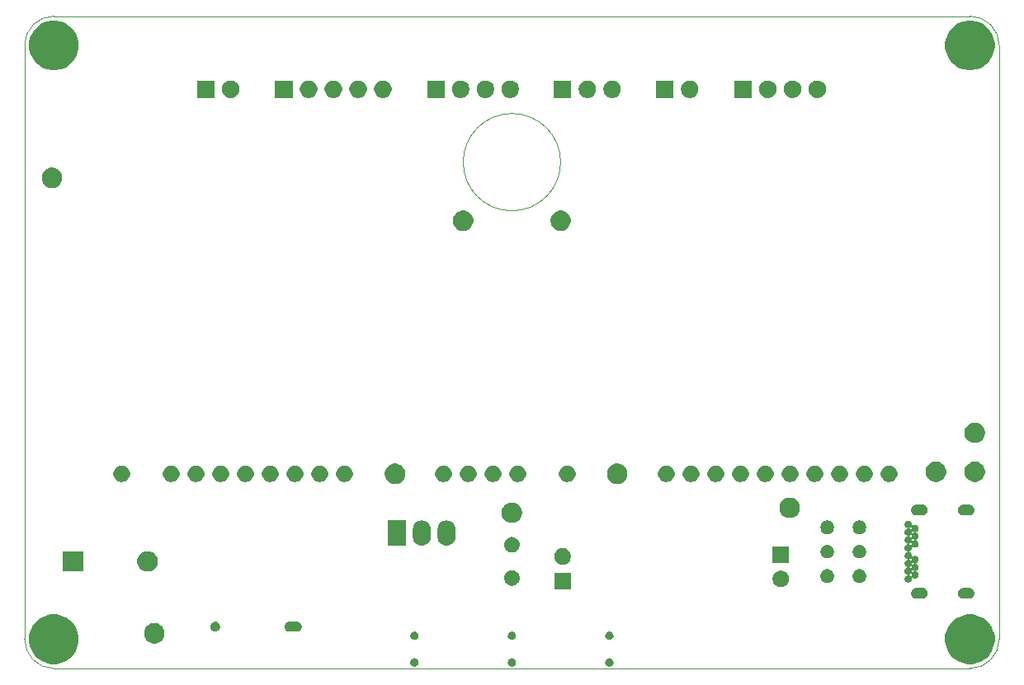
<source format=gbr>
G04 #@! TF.GenerationSoftware,KiCad,Pcbnew,5.1.5-52549c5~84~ubuntu16.04.1*
G04 #@! TF.CreationDate,2020-02-20T20:55:12+01:00*
G04 #@! TF.ProjectId,EmergencyWake,456d6572-6765-46e6-9379-57616b652e6b,rev?*
G04 #@! TF.SameCoordinates,PX5f5e100PY5f5e100*
G04 #@! TF.FileFunction,Soldermask,Bot*
G04 #@! TF.FilePolarity,Negative*
%FSLAX46Y46*%
G04 Gerber Fmt 4.6, Leading zero omitted, Abs format (unit mm)*
G04 Created by KiCad (PCBNEW 5.1.5-52549c5~84~ubuntu16.04.1) date 2020-02-20 20:55:12*
%MOMM*%
%LPD*%
G04 APERTURE LIST*
%ADD10C,0.050000*%
%ADD11C,0.150000*%
G04 APERTURE END LIST*
D10*
X55000000Y-15000000D02*
G75*
G03X55000000Y-15000000I-5000000J0D01*
G01*
X3000000Y-67000000D02*
G75*
G02X0Y-64000000I0J3000000D01*
G01*
X100000000Y-64000000D02*
G75*
G02X97000000Y-67000000I-3000000J0D01*
G01*
X97000000Y0D02*
G75*
G02X100000000Y-3000000I0J-3000000D01*
G01*
X0Y-3000000D02*
G75*
G02X3000000Y0I3000000J0D01*
G01*
X0Y-64000000D02*
X0Y-3000000D01*
X97000000Y-67000000D02*
X3000000Y-67000000D01*
X100000000Y-3000000D02*
X100000000Y-64000000D01*
X3000000Y0D02*
X97000000Y0D01*
D11*
G36*
X40123966Y-65966332D02*
G01*
X40123969Y-65966333D01*
X40123968Y-65966333D01*
X40201313Y-65998370D01*
X40270921Y-66044881D01*
X40330119Y-66104079D01*
X40376630Y-66173687D01*
X40403171Y-66237763D01*
X40408668Y-66251034D01*
X40425000Y-66333140D01*
X40425000Y-66416860D01*
X40408668Y-66498966D01*
X40408667Y-66498968D01*
X40376630Y-66576313D01*
X40330119Y-66645921D01*
X40270921Y-66705119D01*
X40201313Y-66751630D01*
X40137237Y-66778171D01*
X40123966Y-66783668D01*
X40041860Y-66800000D01*
X39958140Y-66800000D01*
X39876034Y-66783668D01*
X39862763Y-66778171D01*
X39798687Y-66751630D01*
X39729079Y-66705119D01*
X39669881Y-66645921D01*
X39623370Y-66576313D01*
X39591333Y-66498968D01*
X39591332Y-66498966D01*
X39575000Y-66416860D01*
X39575000Y-66333140D01*
X39591332Y-66251034D01*
X39596829Y-66237763D01*
X39623370Y-66173687D01*
X39669881Y-66104079D01*
X39729079Y-66044881D01*
X39798687Y-65998370D01*
X39876032Y-65966333D01*
X39876031Y-65966333D01*
X39876034Y-65966332D01*
X39958140Y-65950000D01*
X40041860Y-65950000D01*
X40123966Y-65966332D01*
G37*
G36*
X50123966Y-65966332D02*
G01*
X50123969Y-65966333D01*
X50123968Y-65966333D01*
X50201313Y-65998370D01*
X50270921Y-66044881D01*
X50330119Y-66104079D01*
X50376630Y-66173687D01*
X50403171Y-66237763D01*
X50408668Y-66251034D01*
X50425000Y-66333140D01*
X50425000Y-66416860D01*
X50408668Y-66498966D01*
X50408667Y-66498968D01*
X50376630Y-66576313D01*
X50330119Y-66645921D01*
X50270921Y-66705119D01*
X50201313Y-66751630D01*
X50137237Y-66778171D01*
X50123966Y-66783668D01*
X50041860Y-66800000D01*
X49958140Y-66800000D01*
X49876034Y-66783668D01*
X49862763Y-66778171D01*
X49798687Y-66751630D01*
X49729079Y-66705119D01*
X49669881Y-66645921D01*
X49623370Y-66576313D01*
X49591333Y-66498968D01*
X49591332Y-66498966D01*
X49575000Y-66416860D01*
X49575000Y-66333140D01*
X49591332Y-66251034D01*
X49596829Y-66237763D01*
X49623370Y-66173687D01*
X49669881Y-66104079D01*
X49729079Y-66044881D01*
X49798687Y-65998370D01*
X49876032Y-65966333D01*
X49876031Y-65966333D01*
X49876034Y-65966332D01*
X49958140Y-65950000D01*
X50041860Y-65950000D01*
X50123966Y-65966332D01*
G37*
G36*
X60123966Y-65966332D02*
G01*
X60123969Y-65966333D01*
X60123968Y-65966333D01*
X60201313Y-65998370D01*
X60270921Y-66044881D01*
X60330119Y-66104079D01*
X60376630Y-66173687D01*
X60403171Y-66237763D01*
X60408668Y-66251034D01*
X60425000Y-66333140D01*
X60425000Y-66416860D01*
X60408668Y-66498966D01*
X60408667Y-66498968D01*
X60376630Y-66576313D01*
X60330119Y-66645921D01*
X60270921Y-66705119D01*
X60201313Y-66751630D01*
X60137237Y-66778171D01*
X60123966Y-66783668D01*
X60041860Y-66800000D01*
X59958140Y-66800000D01*
X59876034Y-66783668D01*
X59862763Y-66778171D01*
X59798687Y-66751630D01*
X59729079Y-66705119D01*
X59669881Y-66645921D01*
X59623370Y-66576313D01*
X59591333Y-66498968D01*
X59591332Y-66498966D01*
X59575000Y-66416860D01*
X59575000Y-66333140D01*
X59591332Y-66251034D01*
X59596829Y-66237763D01*
X59623370Y-66173687D01*
X59669881Y-66104079D01*
X59729079Y-66044881D01*
X59798687Y-65998370D01*
X59876032Y-65966333D01*
X59876031Y-65966333D01*
X59876034Y-65966332D01*
X59958140Y-65950000D01*
X60041860Y-65950000D01*
X60123966Y-65966332D01*
G37*
G36*
X97579589Y-61515330D02*
G01*
X97743807Y-61547995D01*
X98207878Y-61740220D01*
X98418120Y-61880699D01*
X98625529Y-62019285D01*
X98980715Y-62374471D01*
X99100776Y-62554155D01*
X99259780Y-62792122D01*
X99452005Y-63256193D01*
X99460039Y-63296583D01*
X99550000Y-63748845D01*
X99550000Y-64251155D01*
X99452005Y-64743806D01*
X99259781Y-65207876D01*
X98980715Y-65625529D01*
X98625529Y-65980715D01*
X98440901Y-66104079D01*
X98207878Y-66259780D01*
X97743807Y-66452005D01*
X97579589Y-66484670D01*
X97251155Y-66550000D01*
X96748845Y-66550000D01*
X96420411Y-66484670D01*
X96256193Y-66452005D01*
X95792122Y-66259780D01*
X95559099Y-66104079D01*
X95374471Y-65980715D01*
X95019285Y-65625529D01*
X94740219Y-65207876D01*
X94547995Y-64743806D01*
X94450000Y-64251155D01*
X94450000Y-63748845D01*
X94539961Y-63296583D01*
X94547995Y-63256193D01*
X94740220Y-62792122D01*
X94899224Y-62554155D01*
X95019285Y-62374471D01*
X95374471Y-62019285D01*
X95581880Y-61880699D01*
X95792122Y-61740220D01*
X96256193Y-61547995D01*
X96420411Y-61515330D01*
X96748845Y-61450000D01*
X97251155Y-61450000D01*
X97579589Y-61515330D01*
G37*
G36*
X3579589Y-61515330D02*
G01*
X3743807Y-61547995D01*
X4207878Y-61740220D01*
X4418120Y-61880699D01*
X4625529Y-62019285D01*
X4980715Y-62374471D01*
X5100776Y-62554155D01*
X5259780Y-62792122D01*
X5452005Y-63256193D01*
X5460039Y-63296583D01*
X5550000Y-63748845D01*
X5550000Y-64251155D01*
X5452005Y-64743806D01*
X5259781Y-65207876D01*
X4980715Y-65625529D01*
X4625529Y-65980715D01*
X4440901Y-66104079D01*
X4207878Y-66259780D01*
X3743807Y-66452005D01*
X3579589Y-66484670D01*
X3251155Y-66550000D01*
X2748845Y-66550000D01*
X2420411Y-66484670D01*
X2256193Y-66452005D01*
X1792122Y-66259780D01*
X1559099Y-66104079D01*
X1374471Y-65980715D01*
X1019285Y-65625529D01*
X740219Y-65207876D01*
X547995Y-64743806D01*
X450000Y-64251155D01*
X450000Y-63748845D01*
X539961Y-63296583D01*
X547995Y-63256193D01*
X740220Y-62792122D01*
X899224Y-62554155D01*
X1019285Y-62374471D01*
X1374471Y-62019285D01*
X1581880Y-61880699D01*
X1792122Y-61740220D01*
X2256193Y-61547995D01*
X2420411Y-61515330D01*
X2748845Y-61450000D01*
X3251155Y-61450000D01*
X3579589Y-61515330D01*
G37*
G36*
X13428687Y-62355027D02*
G01*
X13606274Y-62390350D01*
X13797362Y-62469502D01*
X13969336Y-62584411D01*
X14115589Y-62730664D01*
X14230498Y-62902638D01*
X14309650Y-63093726D01*
X14350000Y-63296584D01*
X14350000Y-63503416D01*
X14309650Y-63706274D01*
X14230498Y-63897362D01*
X14115589Y-64069336D01*
X13969336Y-64215589D01*
X13797362Y-64330498D01*
X13606274Y-64409650D01*
X13428687Y-64444973D01*
X13403417Y-64450000D01*
X13196583Y-64450000D01*
X13171313Y-64444973D01*
X12993726Y-64409650D01*
X12802638Y-64330498D01*
X12630664Y-64215589D01*
X12484411Y-64069336D01*
X12369502Y-63897362D01*
X12290350Y-63706274D01*
X12250000Y-63503416D01*
X12250000Y-63296584D01*
X12290350Y-63093726D01*
X12369502Y-62902638D01*
X12484411Y-62730664D01*
X12630664Y-62584411D01*
X12802638Y-62469502D01*
X12993726Y-62390350D01*
X13171313Y-62355027D01*
X13196583Y-62350000D01*
X13403417Y-62350000D01*
X13428687Y-62355027D01*
G37*
G36*
X40123966Y-63216332D02*
G01*
X40123969Y-63216333D01*
X40123968Y-63216333D01*
X40201313Y-63248370D01*
X40270921Y-63294881D01*
X40330119Y-63354079D01*
X40376630Y-63423687D01*
X40403171Y-63487763D01*
X40408668Y-63501034D01*
X40425000Y-63583140D01*
X40425000Y-63666860D01*
X40408668Y-63748966D01*
X40408667Y-63748968D01*
X40376630Y-63826313D01*
X40330119Y-63895921D01*
X40270921Y-63955119D01*
X40201313Y-64001630D01*
X40137237Y-64028171D01*
X40123966Y-64033668D01*
X40041860Y-64050000D01*
X39958140Y-64050000D01*
X39876034Y-64033668D01*
X39862763Y-64028171D01*
X39798687Y-64001630D01*
X39729079Y-63955119D01*
X39669881Y-63895921D01*
X39623370Y-63826313D01*
X39591333Y-63748968D01*
X39591332Y-63748966D01*
X39575000Y-63666860D01*
X39575000Y-63583140D01*
X39591332Y-63501034D01*
X39596829Y-63487763D01*
X39623370Y-63423687D01*
X39669881Y-63354079D01*
X39729079Y-63294881D01*
X39798687Y-63248370D01*
X39876032Y-63216333D01*
X39876031Y-63216333D01*
X39876034Y-63216332D01*
X39958140Y-63200000D01*
X40041860Y-63200000D01*
X40123966Y-63216332D01*
G37*
G36*
X60123966Y-63216332D02*
G01*
X60123969Y-63216333D01*
X60123968Y-63216333D01*
X60201313Y-63248370D01*
X60270921Y-63294881D01*
X60330119Y-63354079D01*
X60376630Y-63423687D01*
X60403171Y-63487763D01*
X60408668Y-63501034D01*
X60425000Y-63583140D01*
X60425000Y-63666860D01*
X60408668Y-63748966D01*
X60408667Y-63748968D01*
X60376630Y-63826313D01*
X60330119Y-63895921D01*
X60270921Y-63955119D01*
X60201313Y-64001630D01*
X60137237Y-64028171D01*
X60123966Y-64033668D01*
X60041860Y-64050000D01*
X59958140Y-64050000D01*
X59876034Y-64033668D01*
X59862763Y-64028171D01*
X59798687Y-64001630D01*
X59729079Y-63955119D01*
X59669881Y-63895921D01*
X59623370Y-63826313D01*
X59591333Y-63748968D01*
X59591332Y-63748966D01*
X59575000Y-63666860D01*
X59575000Y-63583140D01*
X59591332Y-63501034D01*
X59596829Y-63487763D01*
X59623370Y-63423687D01*
X59669881Y-63354079D01*
X59729079Y-63294881D01*
X59798687Y-63248370D01*
X59876032Y-63216333D01*
X59876031Y-63216333D01*
X59876034Y-63216332D01*
X59958140Y-63200000D01*
X60041860Y-63200000D01*
X60123966Y-63216332D01*
G37*
G36*
X50123966Y-63216332D02*
G01*
X50123969Y-63216333D01*
X50123968Y-63216333D01*
X50201313Y-63248370D01*
X50270921Y-63294881D01*
X50330119Y-63354079D01*
X50376630Y-63423687D01*
X50403171Y-63487763D01*
X50408668Y-63501034D01*
X50425000Y-63583140D01*
X50425000Y-63666860D01*
X50408668Y-63748966D01*
X50408667Y-63748968D01*
X50376630Y-63826313D01*
X50330119Y-63895921D01*
X50270921Y-63955119D01*
X50201313Y-64001630D01*
X50137237Y-64028171D01*
X50123966Y-64033668D01*
X50041860Y-64050000D01*
X49958140Y-64050000D01*
X49876034Y-64033668D01*
X49862763Y-64028171D01*
X49798687Y-64001630D01*
X49729079Y-63955119D01*
X49669881Y-63895921D01*
X49623370Y-63826313D01*
X49591333Y-63748968D01*
X49591332Y-63748966D01*
X49575000Y-63666860D01*
X49575000Y-63583140D01*
X49591332Y-63501034D01*
X49596829Y-63487763D01*
X49623370Y-63423687D01*
X49669881Y-63354079D01*
X49729079Y-63294881D01*
X49798687Y-63248370D01*
X49876032Y-63216333D01*
X49876031Y-63216333D01*
X49876034Y-63216332D01*
X49958140Y-63200000D01*
X50041860Y-63200000D01*
X50123966Y-63216332D01*
G37*
G36*
X19695843Y-62219214D02*
G01*
X19786837Y-62256905D01*
X19786839Y-62256906D01*
X19824772Y-62282252D01*
X19868730Y-62311624D01*
X19938376Y-62381270D01*
X19993095Y-62463163D01*
X20030786Y-62554157D01*
X20050000Y-62650753D01*
X20050000Y-62749247D01*
X20030786Y-62845843D01*
X20011556Y-62892269D01*
X19993094Y-62936839D01*
X19938375Y-63018731D01*
X19868731Y-63088375D01*
X19786839Y-63143094D01*
X19786838Y-63143095D01*
X19786837Y-63143095D01*
X19695843Y-63180786D01*
X19599247Y-63200000D01*
X19500753Y-63200000D01*
X19404157Y-63180786D01*
X19313163Y-63143095D01*
X19313162Y-63143095D01*
X19313161Y-63143094D01*
X19231269Y-63088375D01*
X19161625Y-63018731D01*
X19106906Y-62936839D01*
X19088444Y-62892269D01*
X19069214Y-62845843D01*
X19050000Y-62749247D01*
X19050000Y-62650753D01*
X19069214Y-62554157D01*
X19106905Y-62463163D01*
X19161624Y-62381270D01*
X19231270Y-62311624D01*
X19275228Y-62282252D01*
X19313161Y-62256906D01*
X19313163Y-62256905D01*
X19404157Y-62219214D01*
X19500753Y-62200000D01*
X19599247Y-62200000D01*
X19695843Y-62219214D01*
G37*
G36*
X28048017Y-62207234D02*
G01*
X28115663Y-62227755D01*
X28142267Y-62235825D01*
X28142269Y-62235826D01*
X28229127Y-62282252D01*
X28305264Y-62344736D01*
X28367748Y-62420873D01*
X28414174Y-62507731D01*
X28442766Y-62601983D01*
X28452419Y-62700000D01*
X28442766Y-62798017D01*
X28414174Y-62892269D01*
X28367748Y-62979127D01*
X28305264Y-63055264D01*
X28229127Y-63117748D01*
X28142269Y-63164174D01*
X28142267Y-63164175D01*
X28115663Y-63172245D01*
X28048017Y-63192766D01*
X27974564Y-63200000D01*
X27125436Y-63200000D01*
X27051983Y-63192766D01*
X26984337Y-63172245D01*
X26957733Y-63164175D01*
X26957731Y-63164174D01*
X26870873Y-63117748D01*
X26794736Y-63055264D01*
X26732252Y-62979127D01*
X26685826Y-62892269D01*
X26657234Y-62798017D01*
X26647581Y-62700000D01*
X26657234Y-62601983D01*
X26685826Y-62507731D01*
X26732252Y-62420873D01*
X26794736Y-62344736D01*
X26870873Y-62282252D01*
X26957731Y-62235826D01*
X26957733Y-62235825D01*
X26984337Y-62227755D01*
X27051983Y-62207234D01*
X27125436Y-62200000D01*
X27974564Y-62200000D01*
X28048017Y-62207234D01*
G37*
G36*
X92200885Y-58725305D02*
G01*
X92227819Y-58727958D01*
X92262377Y-58738441D01*
X92331496Y-58759408D01*
X92427039Y-58810477D01*
X92427040Y-58810478D01*
X92427042Y-58810479D01*
X92475198Y-58850000D01*
X92510790Y-58879210D01*
X92579523Y-58962961D01*
X92630592Y-59058504D01*
X92662042Y-59162182D01*
X92672661Y-59270000D01*
X92662042Y-59377818D01*
X92630592Y-59481496D01*
X92579523Y-59577039D01*
X92579521Y-59577042D01*
X92510790Y-59660790D01*
X92427042Y-59729521D01*
X92427040Y-59729522D01*
X92427039Y-59729523D01*
X92331496Y-59780592D01*
X92262377Y-59801559D01*
X92227819Y-59812042D01*
X92200885Y-59814695D01*
X92147020Y-59820000D01*
X91492980Y-59820000D01*
X91439115Y-59814695D01*
X91412181Y-59812042D01*
X91377623Y-59801559D01*
X91308504Y-59780592D01*
X91212961Y-59729523D01*
X91212960Y-59729522D01*
X91212958Y-59729521D01*
X91129210Y-59660790D01*
X91060479Y-59577042D01*
X91060477Y-59577039D01*
X91009408Y-59481496D01*
X90977958Y-59377818D01*
X90967339Y-59270000D01*
X90977958Y-59162182D01*
X91009408Y-59058504D01*
X91060477Y-58962961D01*
X91129210Y-58879210D01*
X91164802Y-58850000D01*
X91212958Y-58810479D01*
X91212960Y-58810478D01*
X91212961Y-58810477D01*
X91308504Y-58759408D01*
X91377623Y-58738441D01*
X91412181Y-58727958D01*
X91439115Y-58725305D01*
X91492980Y-58720000D01*
X92147020Y-58720000D01*
X92200885Y-58725305D01*
G37*
G36*
X96980885Y-58725305D02*
G01*
X97007819Y-58727958D01*
X97042377Y-58738441D01*
X97111496Y-58759408D01*
X97207039Y-58810477D01*
X97207040Y-58810478D01*
X97207042Y-58810479D01*
X97255198Y-58850000D01*
X97290790Y-58879210D01*
X97359523Y-58962961D01*
X97410592Y-59058504D01*
X97442042Y-59162182D01*
X97452661Y-59270000D01*
X97442042Y-59377818D01*
X97410592Y-59481496D01*
X97359523Y-59577039D01*
X97359521Y-59577042D01*
X97290790Y-59660790D01*
X97207042Y-59729521D01*
X97207040Y-59729522D01*
X97207039Y-59729523D01*
X97111496Y-59780592D01*
X97042377Y-59801559D01*
X97007819Y-59812042D01*
X96980885Y-59814695D01*
X96927020Y-59820000D01*
X96272980Y-59820000D01*
X96219115Y-59814695D01*
X96192181Y-59812042D01*
X96157623Y-59801559D01*
X96088504Y-59780592D01*
X95992961Y-59729523D01*
X95992960Y-59729522D01*
X95992958Y-59729521D01*
X95909210Y-59660790D01*
X95840479Y-59577042D01*
X95840477Y-59577039D01*
X95789408Y-59481496D01*
X95757958Y-59377818D01*
X95747339Y-59270000D01*
X95757958Y-59162182D01*
X95789408Y-59058504D01*
X95840477Y-58962961D01*
X95909210Y-58879210D01*
X95944802Y-58850000D01*
X95992958Y-58810479D01*
X95992960Y-58810478D01*
X95992961Y-58810477D01*
X96088504Y-58759408D01*
X96157623Y-58738441D01*
X96192181Y-58727958D01*
X96219115Y-58725305D01*
X96272980Y-58720000D01*
X96927020Y-58720000D01*
X96980885Y-58725305D01*
G37*
G36*
X56050000Y-58850000D02*
G01*
X54350000Y-58850000D01*
X54350000Y-57150000D01*
X56050000Y-57150000D01*
X56050000Y-58850000D01*
G37*
G36*
X77847934Y-56982664D02*
G01*
X78002625Y-57046739D01*
X78050305Y-57078598D01*
X78141844Y-57139762D01*
X78260238Y-57258156D01*
X78282371Y-57291281D01*
X78353261Y-57397375D01*
X78417336Y-57552066D01*
X78450000Y-57716281D01*
X78450000Y-57883719D01*
X78417336Y-58047934D01*
X78353261Y-58202625D01*
X78353260Y-58202626D01*
X78260238Y-58341844D01*
X78141844Y-58460238D01*
X78128346Y-58469257D01*
X78002625Y-58553261D01*
X77847934Y-58617336D01*
X77683719Y-58650000D01*
X77516281Y-58650000D01*
X77352066Y-58617336D01*
X77197375Y-58553261D01*
X77071654Y-58469257D01*
X77058156Y-58460238D01*
X76939762Y-58341844D01*
X76846740Y-58202626D01*
X76846739Y-58202625D01*
X76782664Y-58047934D01*
X76750000Y-57883719D01*
X76750000Y-57716281D01*
X76782664Y-57552066D01*
X76846739Y-57397375D01*
X76917629Y-57291281D01*
X76939762Y-57258156D01*
X77058156Y-57139762D01*
X77149695Y-57078598D01*
X77197375Y-57046739D01*
X77352066Y-56982664D01*
X77516281Y-56950000D01*
X77683719Y-56950000D01*
X77847934Y-56982664D01*
G37*
G36*
X50181832Y-56920495D02*
G01*
X50233351Y-56930743D01*
X50279841Y-56950000D01*
X50378941Y-56991048D01*
X50509969Y-57078598D01*
X50621402Y-57190031D01*
X50708952Y-57321059D01*
X50737609Y-57390245D01*
X50757975Y-57439411D01*
X50769257Y-57466650D01*
X50800000Y-57621205D01*
X50800000Y-57778795D01*
X50788435Y-57836934D01*
X50769257Y-57933351D01*
X50750917Y-57977627D01*
X50708952Y-58078941D01*
X50621402Y-58209969D01*
X50509969Y-58321402D01*
X50378941Y-58408952D01*
X50293656Y-58444278D01*
X50233351Y-58469257D01*
X50181832Y-58479505D01*
X50078795Y-58500000D01*
X49921205Y-58500000D01*
X49818168Y-58479505D01*
X49766649Y-58469257D01*
X49706344Y-58444278D01*
X49621059Y-58408952D01*
X49490031Y-58321402D01*
X49378598Y-58209969D01*
X49291048Y-58078941D01*
X49249083Y-57977627D01*
X49230743Y-57933351D01*
X49211565Y-57836934D01*
X49200000Y-57778795D01*
X49200000Y-57621205D01*
X49230743Y-57466650D01*
X49242026Y-57439411D01*
X49262391Y-57390245D01*
X49291048Y-57321059D01*
X49378598Y-57190031D01*
X49490031Y-57078598D01*
X49621059Y-56991048D01*
X49720159Y-56950000D01*
X49766649Y-56930743D01*
X49818168Y-56920495D01*
X49921205Y-56900000D01*
X50078795Y-56900000D01*
X50181832Y-56920495D01*
G37*
G36*
X85854181Y-56826900D02*
G01*
X85981573Y-56879667D01*
X85998956Y-56891282D01*
X86096224Y-56956274D01*
X86193726Y-57053776D01*
X86230437Y-57108718D01*
X86270333Y-57168427D01*
X86323100Y-57295819D01*
X86350000Y-57431055D01*
X86350000Y-57568945D01*
X86323100Y-57704181D01*
X86270333Y-57831573D01*
X86270332Y-57831574D01*
X86193726Y-57946224D01*
X86096224Y-58043726D01*
X86043519Y-58078942D01*
X85981573Y-58120333D01*
X85854181Y-58173100D01*
X85718945Y-58200000D01*
X85581055Y-58200000D01*
X85445819Y-58173100D01*
X85318427Y-58120333D01*
X85256481Y-58078942D01*
X85203776Y-58043726D01*
X85106274Y-57946224D01*
X85029668Y-57831574D01*
X85029667Y-57831573D01*
X84976900Y-57704181D01*
X84950000Y-57568945D01*
X84950000Y-57431055D01*
X84976900Y-57295819D01*
X85029667Y-57168427D01*
X85069563Y-57108718D01*
X85106274Y-57053776D01*
X85203776Y-56956274D01*
X85301044Y-56891282D01*
X85318427Y-56879667D01*
X85445819Y-56826900D01*
X85581055Y-56800000D01*
X85718945Y-56800000D01*
X85854181Y-56826900D01*
G37*
G36*
X82554181Y-56826900D02*
G01*
X82681573Y-56879667D01*
X82698956Y-56891282D01*
X82796224Y-56956274D01*
X82893726Y-57053776D01*
X82930437Y-57108718D01*
X82970333Y-57168427D01*
X83023100Y-57295819D01*
X83050000Y-57431055D01*
X83050000Y-57568945D01*
X83023100Y-57704181D01*
X82970333Y-57831573D01*
X82970332Y-57831574D01*
X82893726Y-57946224D01*
X82796224Y-58043726D01*
X82743519Y-58078942D01*
X82681573Y-58120333D01*
X82554181Y-58173100D01*
X82418945Y-58200000D01*
X82281055Y-58200000D01*
X82145819Y-58173100D01*
X82018427Y-58120333D01*
X81956481Y-58078942D01*
X81903776Y-58043726D01*
X81806274Y-57946224D01*
X81729668Y-57831574D01*
X81729667Y-57831573D01*
X81676900Y-57704181D01*
X81650000Y-57568945D01*
X81650000Y-57431055D01*
X81676900Y-57295819D01*
X81729667Y-57168427D01*
X81769563Y-57108718D01*
X81806274Y-57053776D01*
X81903776Y-56956274D01*
X82001044Y-56891282D01*
X82018427Y-56879667D01*
X82145819Y-56826900D01*
X82281055Y-56800000D01*
X82418945Y-56800000D01*
X82554181Y-56826900D01*
G37*
G36*
X90779383Y-51839411D02*
G01*
X90839919Y-51864486D01*
X90847629Y-51867680D01*
X90865569Y-51879667D01*
X90909047Y-51908718D01*
X90961282Y-51960953D01*
X91002321Y-52022373D01*
X91030589Y-52090617D01*
X91045000Y-52163065D01*
X91045000Y-52236935D01*
X91037989Y-52272179D01*
X91037028Y-52281933D01*
X91037989Y-52291688D01*
X91040834Y-52301067D01*
X91045454Y-52309711D01*
X91051672Y-52317288D01*
X91059248Y-52323506D01*
X91067893Y-52328127D01*
X91077272Y-52330972D01*
X91087026Y-52331933D01*
X91096781Y-52330972D01*
X91106160Y-52328127D01*
X91114804Y-52323507D01*
X91122382Y-52317289D01*
X91130953Y-52308718D01*
X91185638Y-52272179D01*
X91192371Y-52267680D01*
X91260617Y-52239411D01*
X91273070Y-52236934D01*
X91333065Y-52225000D01*
X91406935Y-52225000D01*
X91466930Y-52236934D01*
X91479383Y-52239411D01*
X91547629Y-52267680D01*
X91554362Y-52272179D01*
X91609047Y-52308718D01*
X91661282Y-52360953D01*
X91702321Y-52422373D01*
X91730589Y-52490617D01*
X91745000Y-52563065D01*
X91745000Y-52636935D01*
X91738884Y-52667680D01*
X91730589Y-52709383D01*
X91702320Y-52777629D01*
X91661281Y-52839048D01*
X91609048Y-52891281D01*
X91547629Y-52932320D01*
X91547628Y-52932321D01*
X91547627Y-52932321D01*
X91495756Y-52953807D01*
X91487112Y-52958427D01*
X91479535Y-52964645D01*
X91473317Y-52972222D01*
X91468697Y-52980866D01*
X91465852Y-52990246D01*
X91464891Y-53000000D01*
X91465852Y-53009755D01*
X91468697Y-53019134D01*
X91473317Y-53027778D01*
X91479535Y-53035355D01*
X91487112Y-53041573D01*
X91495756Y-53046193D01*
X91547629Y-53067680D01*
X91554362Y-53072179D01*
X91609047Y-53108718D01*
X91661282Y-53160953D01*
X91702321Y-53222373D01*
X91730589Y-53290617D01*
X91745000Y-53363065D01*
X91745000Y-53436935D01*
X91730589Y-53509383D01*
X91716163Y-53544211D01*
X91702320Y-53577629D01*
X91661281Y-53639048D01*
X91609048Y-53691281D01*
X91547629Y-53732320D01*
X91547628Y-53732321D01*
X91547627Y-53732321D01*
X91495756Y-53753807D01*
X91487112Y-53758427D01*
X91479535Y-53764645D01*
X91473317Y-53772222D01*
X91468697Y-53780866D01*
X91465852Y-53790246D01*
X91464891Y-53800000D01*
X91465852Y-53809755D01*
X91468697Y-53819134D01*
X91473317Y-53827778D01*
X91479535Y-53835355D01*
X91487112Y-53841573D01*
X91495756Y-53846193D01*
X91547629Y-53867680D01*
X91554362Y-53872179D01*
X91609047Y-53908718D01*
X91661282Y-53960953D01*
X91702321Y-54022373D01*
X91730589Y-54090617D01*
X91745000Y-54163065D01*
X91745000Y-54236935D01*
X91738884Y-54267680D01*
X91730589Y-54309383D01*
X91702320Y-54377629D01*
X91661281Y-54439048D01*
X91609048Y-54491281D01*
X91547629Y-54532320D01*
X91547628Y-54532321D01*
X91547627Y-54532321D01*
X91479383Y-54560589D01*
X91406935Y-54575000D01*
X91333065Y-54575000D01*
X91260617Y-54560589D01*
X91192373Y-54532321D01*
X91192372Y-54532321D01*
X91192371Y-54532320D01*
X91130952Y-54491281D01*
X91122382Y-54482711D01*
X91114805Y-54476493D01*
X91106161Y-54471873D01*
X91096781Y-54469028D01*
X91087027Y-54468067D01*
X91077273Y-54469028D01*
X91067893Y-54471873D01*
X91059249Y-54476493D01*
X91051672Y-54482711D01*
X91045454Y-54490288D01*
X91040834Y-54498932D01*
X91037989Y-54508312D01*
X91037028Y-54518066D01*
X91037989Y-54527818D01*
X91045000Y-54563066D01*
X91045000Y-54636934D01*
X91030589Y-54709383D01*
X91002320Y-54777629D01*
X90961281Y-54839048D01*
X90909048Y-54891281D01*
X90847629Y-54932320D01*
X90847628Y-54932321D01*
X90847627Y-54932321D01*
X90795756Y-54953807D01*
X90787112Y-54958427D01*
X90779535Y-54964645D01*
X90773317Y-54972222D01*
X90768697Y-54980866D01*
X90765852Y-54990246D01*
X90764891Y-55000000D01*
X90765852Y-55009755D01*
X90768697Y-55019134D01*
X90773317Y-55027778D01*
X90779535Y-55035355D01*
X90787112Y-55041573D01*
X90795756Y-55046193D01*
X90847629Y-55067680D01*
X90878546Y-55088338D01*
X90909047Y-55108718D01*
X90961282Y-55160953D01*
X91002321Y-55222373D01*
X91030589Y-55290617D01*
X91045000Y-55363065D01*
X91045000Y-55436935D01*
X91037989Y-55472179D01*
X91037028Y-55481933D01*
X91037989Y-55491688D01*
X91040834Y-55501067D01*
X91045454Y-55509711D01*
X91051672Y-55517288D01*
X91059248Y-55523506D01*
X91067893Y-55528127D01*
X91077272Y-55530972D01*
X91087026Y-55531933D01*
X91096781Y-55530972D01*
X91106160Y-55528127D01*
X91114804Y-55523507D01*
X91122382Y-55517289D01*
X91130953Y-55508718D01*
X91185638Y-55472179D01*
X91192371Y-55467680D01*
X91260617Y-55439411D01*
X91273070Y-55436934D01*
X91333065Y-55425000D01*
X91406935Y-55425000D01*
X91466930Y-55436934D01*
X91479383Y-55439411D01*
X91547629Y-55467680D01*
X91554362Y-55472179D01*
X91609047Y-55508718D01*
X91661282Y-55560953D01*
X91681662Y-55591454D01*
X91700958Y-55620332D01*
X91702321Y-55622373D01*
X91730589Y-55690617D01*
X91745000Y-55763065D01*
X91745000Y-55836935D01*
X91738884Y-55867680D01*
X91730589Y-55909383D01*
X91702320Y-55977629D01*
X91661281Y-56039048D01*
X91609048Y-56091281D01*
X91547629Y-56132320D01*
X91547628Y-56132321D01*
X91547627Y-56132321D01*
X91495756Y-56153807D01*
X91487112Y-56158427D01*
X91479535Y-56164645D01*
X91473317Y-56172222D01*
X91468697Y-56180866D01*
X91465852Y-56190246D01*
X91464891Y-56200000D01*
X91465852Y-56209755D01*
X91468697Y-56219134D01*
X91473317Y-56227778D01*
X91479535Y-56235355D01*
X91487112Y-56241573D01*
X91495756Y-56246193D01*
X91547629Y-56267680D01*
X91554362Y-56272179D01*
X91609047Y-56308718D01*
X91661282Y-56360953D01*
X91702321Y-56422373D01*
X91730589Y-56490617D01*
X91745000Y-56563065D01*
X91745000Y-56636935D01*
X91730589Y-56709383D01*
X91702321Y-56777627D01*
X91669398Y-56826901D01*
X91661281Y-56839048D01*
X91609048Y-56891281D01*
X91547629Y-56932320D01*
X91547628Y-56932321D01*
X91547627Y-56932321D01*
X91495756Y-56953807D01*
X91487112Y-56958427D01*
X91479535Y-56964645D01*
X91473317Y-56972222D01*
X91468697Y-56980866D01*
X91465852Y-56990246D01*
X91464891Y-57000000D01*
X91465852Y-57009755D01*
X91468697Y-57019134D01*
X91473317Y-57027778D01*
X91479535Y-57035355D01*
X91487112Y-57041573D01*
X91495756Y-57046193D01*
X91514063Y-57053776D01*
X91547629Y-57067680D01*
X91554362Y-57072179D01*
X91609047Y-57108718D01*
X91661282Y-57160953D01*
X91702321Y-57222373D01*
X91730589Y-57290617D01*
X91745000Y-57363065D01*
X91745000Y-57436935D01*
X91730589Y-57509383D01*
X91702321Y-57577627D01*
X91661282Y-57639047D01*
X91609047Y-57691282D01*
X91583559Y-57708312D01*
X91547629Y-57732320D01*
X91547628Y-57732321D01*
X91547627Y-57732321D01*
X91479383Y-57760589D01*
X91406935Y-57775000D01*
X91333065Y-57775000D01*
X91260617Y-57760589D01*
X91192373Y-57732321D01*
X91192372Y-57732321D01*
X91192371Y-57732320D01*
X91156441Y-57708312D01*
X91130953Y-57691282D01*
X91122382Y-57682711D01*
X91114805Y-57676493D01*
X91106161Y-57671873D01*
X91096781Y-57669028D01*
X91087027Y-57668067D01*
X91077273Y-57669028D01*
X91067893Y-57671873D01*
X91059249Y-57676493D01*
X91051672Y-57682711D01*
X91045454Y-57690288D01*
X91040834Y-57698932D01*
X91037989Y-57708312D01*
X91037028Y-57718066D01*
X91037989Y-57727818D01*
X91045000Y-57763066D01*
X91045000Y-57836934D01*
X91030589Y-57909383D01*
X91002320Y-57977629D01*
X90961281Y-58039048D01*
X90909048Y-58091281D01*
X90847629Y-58132320D01*
X90847628Y-58132321D01*
X90847627Y-58132321D01*
X90779383Y-58160589D01*
X90706935Y-58175000D01*
X90633065Y-58175000D01*
X90560617Y-58160589D01*
X90492373Y-58132321D01*
X90492372Y-58132321D01*
X90492371Y-58132320D01*
X90430952Y-58091281D01*
X90378719Y-58039048D01*
X90337680Y-57977629D01*
X90309411Y-57909383D01*
X90295000Y-57836934D01*
X90295000Y-57763066D01*
X90301116Y-57732321D01*
X90309411Y-57690617D01*
X90337679Y-57622373D01*
X90378718Y-57560953D01*
X90430953Y-57508718D01*
X90461454Y-57488338D01*
X90492371Y-57467680D01*
X90494858Y-57466650D01*
X90544244Y-57446193D01*
X90552888Y-57441573D01*
X90560465Y-57435355D01*
X90566683Y-57427778D01*
X90571303Y-57419134D01*
X90574148Y-57409754D01*
X90575109Y-57400000D01*
X90764891Y-57400000D01*
X90765852Y-57409755D01*
X90768697Y-57419134D01*
X90773317Y-57427778D01*
X90779535Y-57435355D01*
X90787112Y-57441573D01*
X90795756Y-57446193D01*
X90845143Y-57466650D01*
X90847629Y-57467680D01*
X90878546Y-57488338D01*
X90909047Y-57508718D01*
X90917618Y-57517289D01*
X90925195Y-57523507D01*
X90933839Y-57528127D01*
X90943219Y-57530972D01*
X90952973Y-57531933D01*
X90962727Y-57530972D01*
X90972107Y-57528127D01*
X90980751Y-57523507D01*
X90988328Y-57517289D01*
X90994546Y-57509712D01*
X90999166Y-57501068D01*
X91002011Y-57491688D01*
X91002972Y-57481934D01*
X91002011Y-57472179D01*
X90995000Y-57436935D01*
X90995000Y-57363065D01*
X91002011Y-57327821D01*
X91002972Y-57318067D01*
X91002011Y-57308312D01*
X90999166Y-57298933D01*
X90994546Y-57290289D01*
X90988328Y-57282712D01*
X90980752Y-57276494D01*
X90972107Y-57271873D01*
X90962728Y-57269028D01*
X90952974Y-57268067D01*
X90943219Y-57269028D01*
X90933840Y-57271873D01*
X90925196Y-57276493D01*
X90917618Y-57282711D01*
X90909047Y-57291282D01*
X90897596Y-57298933D01*
X90847629Y-57332320D01*
X90847628Y-57332321D01*
X90847627Y-57332321D01*
X90795756Y-57353807D01*
X90787112Y-57358427D01*
X90779535Y-57364645D01*
X90773317Y-57372222D01*
X90768697Y-57380866D01*
X90765852Y-57390246D01*
X90764891Y-57400000D01*
X90575109Y-57400000D01*
X90574148Y-57390245D01*
X90571303Y-57380866D01*
X90566683Y-57372222D01*
X90560465Y-57364645D01*
X90552888Y-57358427D01*
X90544244Y-57353807D01*
X90492373Y-57332321D01*
X90492372Y-57332321D01*
X90492371Y-57332320D01*
X90442404Y-57298933D01*
X90430953Y-57291282D01*
X90378718Y-57239047D01*
X90337679Y-57177627D01*
X90309411Y-57109383D01*
X90295000Y-57036935D01*
X90295000Y-56963065D01*
X90303950Y-56918066D01*
X91037028Y-56918066D01*
X91037989Y-56927818D01*
X91038884Y-56932320D01*
X91045000Y-56963065D01*
X91045000Y-57036935D01*
X91037989Y-57072179D01*
X91037028Y-57081933D01*
X91037989Y-57091688D01*
X91040834Y-57101067D01*
X91045454Y-57109711D01*
X91051672Y-57117288D01*
X91059248Y-57123506D01*
X91067893Y-57128127D01*
X91077272Y-57130972D01*
X91087026Y-57131933D01*
X91096781Y-57130972D01*
X91106160Y-57128127D01*
X91114804Y-57123507D01*
X91122382Y-57117289D01*
X91130953Y-57108718D01*
X91185638Y-57072179D01*
X91192371Y-57067680D01*
X91225938Y-57053776D01*
X91244244Y-57046193D01*
X91252888Y-57041573D01*
X91260465Y-57035355D01*
X91266683Y-57027778D01*
X91271303Y-57019134D01*
X91274148Y-57009754D01*
X91275109Y-57000000D01*
X91274148Y-56990245D01*
X91271303Y-56980866D01*
X91266683Y-56972222D01*
X91260465Y-56964645D01*
X91252888Y-56958427D01*
X91244244Y-56953807D01*
X91192373Y-56932321D01*
X91192372Y-56932321D01*
X91192371Y-56932320D01*
X91130952Y-56891281D01*
X91122382Y-56882711D01*
X91114805Y-56876493D01*
X91106161Y-56871873D01*
X91096781Y-56869028D01*
X91087027Y-56868067D01*
X91077273Y-56869028D01*
X91067893Y-56871873D01*
X91059249Y-56876493D01*
X91051672Y-56882711D01*
X91045454Y-56890288D01*
X91040834Y-56898932D01*
X91037989Y-56908312D01*
X91037028Y-56918066D01*
X90303950Y-56918066D01*
X90309411Y-56890617D01*
X90337679Y-56822373D01*
X90378718Y-56760953D01*
X90430953Y-56708718D01*
X90461454Y-56688338D01*
X90492371Y-56667680D01*
X90544244Y-56646193D01*
X90552888Y-56641573D01*
X90560465Y-56635355D01*
X90566683Y-56627778D01*
X90571303Y-56619134D01*
X90574148Y-56609754D01*
X90575109Y-56600000D01*
X90764891Y-56600000D01*
X90765852Y-56609755D01*
X90768697Y-56619134D01*
X90773317Y-56627778D01*
X90779535Y-56635355D01*
X90787112Y-56641573D01*
X90795756Y-56646193D01*
X90847629Y-56667680D01*
X90878546Y-56688338D01*
X90909047Y-56708718D01*
X90917618Y-56717289D01*
X90925195Y-56723507D01*
X90933839Y-56728127D01*
X90943219Y-56730972D01*
X90952973Y-56731933D01*
X90962727Y-56730972D01*
X90972107Y-56728127D01*
X90980751Y-56723507D01*
X90988328Y-56717289D01*
X90994546Y-56709712D01*
X90999166Y-56701068D01*
X91002011Y-56691688D01*
X91002972Y-56681934D01*
X91002011Y-56672179D01*
X90995000Y-56636935D01*
X90995000Y-56563065D01*
X91002011Y-56527821D01*
X91002972Y-56518067D01*
X91002011Y-56508312D01*
X90999166Y-56498933D01*
X90994546Y-56490289D01*
X90988328Y-56482712D01*
X90980752Y-56476494D01*
X90972107Y-56471873D01*
X90962728Y-56469028D01*
X90952974Y-56468067D01*
X90943219Y-56469028D01*
X90933840Y-56471873D01*
X90925196Y-56476493D01*
X90917618Y-56482711D01*
X90909047Y-56491282D01*
X90897596Y-56498933D01*
X90847629Y-56532320D01*
X90847628Y-56532321D01*
X90847627Y-56532321D01*
X90795756Y-56553807D01*
X90787112Y-56558427D01*
X90779535Y-56564645D01*
X90773317Y-56572222D01*
X90768697Y-56580866D01*
X90765852Y-56590246D01*
X90764891Y-56600000D01*
X90575109Y-56600000D01*
X90574148Y-56590245D01*
X90571303Y-56580866D01*
X90566683Y-56572222D01*
X90560465Y-56564645D01*
X90552888Y-56558427D01*
X90544244Y-56553807D01*
X90492373Y-56532321D01*
X90492372Y-56532321D01*
X90492371Y-56532320D01*
X90442404Y-56498933D01*
X90430953Y-56491282D01*
X90378718Y-56439047D01*
X90337679Y-56377627D01*
X90309411Y-56309383D01*
X90295000Y-56236935D01*
X90295000Y-56163065D01*
X90303950Y-56118066D01*
X91037028Y-56118066D01*
X91037989Y-56127821D01*
X91045000Y-56163065D01*
X91045000Y-56236935D01*
X91037989Y-56272179D01*
X91037028Y-56281933D01*
X91037989Y-56291688D01*
X91040834Y-56301067D01*
X91045454Y-56309711D01*
X91051672Y-56317288D01*
X91059248Y-56323506D01*
X91067893Y-56328127D01*
X91077272Y-56330972D01*
X91087026Y-56331933D01*
X91096781Y-56330972D01*
X91106160Y-56328127D01*
X91114804Y-56323507D01*
X91122382Y-56317289D01*
X91130953Y-56308718D01*
X91185638Y-56272179D01*
X91192371Y-56267680D01*
X91244244Y-56246193D01*
X91252888Y-56241573D01*
X91260465Y-56235355D01*
X91266683Y-56227778D01*
X91271303Y-56219134D01*
X91274148Y-56209754D01*
X91275109Y-56200000D01*
X91274148Y-56190245D01*
X91271303Y-56180866D01*
X91266683Y-56172222D01*
X91260465Y-56164645D01*
X91252888Y-56158427D01*
X91244244Y-56153807D01*
X91192373Y-56132321D01*
X91192372Y-56132321D01*
X91192371Y-56132320D01*
X91130952Y-56091281D01*
X91122382Y-56082711D01*
X91114805Y-56076493D01*
X91106161Y-56071873D01*
X91096781Y-56069028D01*
X91087027Y-56068067D01*
X91077273Y-56069028D01*
X91067893Y-56071873D01*
X91059249Y-56076493D01*
X91051672Y-56082711D01*
X91045454Y-56090288D01*
X91040834Y-56098932D01*
X91037989Y-56108312D01*
X91037028Y-56118066D01*
X90303950Y-56118066D01*
X90309411Y-56090617D01*
X90337679Y-56022373D01*
X90378718Y-55960953D01*
X90430953Y-55908718D01*
X90461454Y-55888338D01*
X90492371Y-55867680D01*
X90544244Y-55846193D01*
X90552888Y-55841573D01*
X90560465Y-55835355D01*
X90566683Y-55827778D01*
X90571303Y-55819134D01*
X90574148Y-55809754D01*
X90575109Y-55800000D01*
X90764891Y-55800000D01*
X90765852Y-55809755D01*
X90768697Y-55819134D01*
X90773317Y-55827778D01*
X90779535Y-55835355D01*
X90787112Y-55841573D01*
X90795756Y-55846193D01*
X90847629Y-55867680D01*
X90878546Y-55888338D01*
X90909047Y-55908718D01*
X90917618Y-55917289D01*
X90925195Y-55923507D01*
X90933839Y-55928127D01*
X90943219Y-55930972D01*
X90952973Y-55931933D01*
X90962727Y-55930972D01*
X90972107Y-55928127D01*
X90980751Y-55923507D01*
X90988328Y-55917289D01*
X90994546Y-55909712D01*
X90999166Y-55901068D01*
X91002011Y-55891688D01*
X91002972Y-55881934D01*
X91002011Y-55872179D01*
X90995000Y-55836935D01*
X90995000Y-55763065D01*
X91002011Y-55727821D01*
X91002972Y-55718067D01*
X91002011Y-55708312D01*
X90999166Y-55698933D01*
X90994546Y-55690289D01*
X90988328Y-55682712D01*
X90980752Y-55676494D01*
X90972107Y-55671873D01*
X90962728Y-55669028D01*
X90952974Y-55668067D01*
X90943219Y-55669028D01*
X90933840Y-55671873D01*
X90925196Y-55676493D01*
X90917618Y-55682711D01*
X90909048Y-55691281D01*
X90847629Y-55732320D01*
X90847628Y-55732321D01*
X90847627Y-55732321D01*
X90795756Y-55753807D01*
X90787112Y-55758427D01*
X90779535Y-55764645D01*
X90773317Y-55772222D01*
X90768697Y-55780866D01*
X90765852Y-55790246D01*
X90764891Y-55800000D01*
X90575109Y-55800000D01*
X90574148Y-55790245D01*
X90571303Y-55780866D01*
X90566683Y-55772222D01*
X90560465Y-55764645D01*
X90552888Y-55758427D01*
X90544244Y-55753807D01*
X90492373Y-55732321D01*
X90492372Y-55732321D01*
X90492371Y-55732320D01*
X90430952Y-55691281D01*
X90378719Y-55639048D01*
X90337680Y-55577629D01*
X90309411Y-55509383D01*
X90301116Y-55467680D01*
X90295000Y-55436935D01*
X90295000Y-55363065D01*
X90309411Y-55290617D01*
X90337679Y-55222373D01*
X90378718Y-55160953D01*
X90430953Y-55108718D01*
X90461454Y-55088338D01*
X90492371Y-55067680D01*
X90544244Y-55046193D01*
X90552888Y-55041573D01*
X90560465Y-55035355D01*
X90566683Y-55027778D01*
X90571303Y-55019134D01*
X90574148Y-55009754D01*
X90575109Y-55000000D01*
X90574148Y-54990245D01*
X90571303Y-54980866D01*
X90566683Y-54972222D01*
X90560465Y-54964645D01*
X90552888Y-54958427D01*
X90544244Y-54953807D01*
X90492373Y-54932321D01*
X90492372Y-54932321D01*
X90492371Y-54932320D01*
X90430952Y-54891281D01*
X90378719Y-54839048D01*
X90337680Y-54777629D01*
X90309411Y-54709383D01*
X90295000Y-54636934D01*
X90295000Y-54563066D01*
X90301116Y-54532321D01*
X90309411Y-54490617D01*
X90337679Y-54422373D01*
X90378718Y-54360953D01*
X90430953Y-54308718D01*
X90461454Y-54288338D01*
X90492371Y-54267680D01*
X90530363Y-54251943D01*
X90544244Y-54246193D01*
X90552888Y-54241573D01*
X90560465Y-54235355D01*
X90566683Y-54227778D01*
X90571303Y-54219134D01*
X90574148Y-54209754D01*
X90575109Y-54200000D01*
X90764891Y-54200000D01*
X90765852Y-54209755D01*
X90768697Y-54219134D01*
X90773317Y-54227778D01*
X90779535Y-54235355D01*
X90787112Y-54241573D01*
X90795756Y-54246193D01*
X90809638Y-54251943D01*
X90847629Y-54267680D01*
X90878546Y-54288338D01*
X90909047Y-54308718D01*
X90917618Y-54317289D01*
X90925195Y-54323507D01*
X90933839Y-54328127D01*
X90943219Y-54330972D01*
X90952973Y-54331933D01*
X90962727Y-54330972D01*
X90972107Y-54328127D01*
X90980751Y-54323507D01*
X90988328Y-54317289D01*
X90994546Y-54309712D01*
X90999166Y-54301068D01*
X91002011Y-54291688D01*
X91002972Y-54281934D01*
X91002011Y-54272179D01*
X90997986Y-54251943D01*
X90995000Y-54236934D01*
X90995000Y-54163066D01*
X91002011Y-54127818D01*
X91002972Y-54118067D01*
X91002011Y-54108312D01*
X90999166Y-54098933D01*
X90994546Y-54090289D01*
X90988328Y-54082712D01*
X90980752Y-54076494D01*
X90972107Y-54071873D01*
X90962728Y-54069028D01*
X90952974Y-54068067D01*
X90943219Y-54069028D01*
X90933840Y-54071873D01*
X90925196Y-54076493D01*
X90917618Y-54082711D01*
X90909048Y-54091281D01*
X90847629Y-54132320D01*
X90847628Y-54132321D01*
X90847627Y-54132321D01*
X90795756Y-54153807D01*
X90787112Y-54158427D01*
X90779535Y-54164645D01*
X90773317Y-54172222D01*
X90768697Y-54180866D01*
X90765852Y-54190246D01*
X90764891Y-54200000D01*
X90575109Y-54200000D01*
X90574148Y-54190245D01*
X90571303Y-54180866D01*
X90566683Y-54172222D01*
X90560465Y-54164645D01*
X90552888Y-54158427D01*
X90544244Y-54153807D01*
X90492373Y-54132321D01*
X90492372Y-54132321D01*
X90492371Y-54132320D01*
X90430952Y-54091281D01*
X90378719Y-54039048D01*
X90337680Y-53977629D01*
X90309411Y-53909383D01*
X90301116Y-53867680D01*
X90295000Y-53836935D01*
X90295000Y-53763065D01*
X90303950Y-53718066D01*
X91037028Y-53718066D01*
X91037989Y-53727821D01*
X91045000Y-53763065D01*
X91045000Y-53836935D01*
X91037989Y-53872179D01*
X91037028Y-53881933D01*
X91037989Y-53891688D01*
X91040834Y-53901067D01*
X91045454Y-53909711D01*
X91051672Y-53917288D01*
X91059248Y-53923506D01*
X91067893Y-53928127D01*
X91077272Y-53930972D01*
X91087026Y-53931933D01*
X91096781Y-53930972D01*
X91106160Y-53928127D01*
X91114804Y-53923507D01*
X91122382Y-53917289D01*
X91130953Y-53908718D01*
X91185638Y-53872179D01*
X91192371Y-53867680D01*
X91244244Y-53846193D01*
X91252888Y-53841573D01*
X91260465Y-53835355D01*
X91266683Y-53827778D01*
X91271303Y-53819134D01*
X91274148Y-53809754D01*
X91275109Y-53800000D01*
X91274148Y-53790245D01*
X91271303Y-53780866D01*
X91266683Y-53772222D01*
X91260465Y-53764645D01*
X91252888Y-53758427D01*
X91244244Y-53753807D01*
X91192373Y-53732321D01*
X91192372Y-53732321D01*
X91192371Y-53732320D01*
X91130952Y-53691281D01*
X91122382Y-53682711D01*
X91114805Y-53676493D01*
X91106161Y-53671873D01*
X91096781Y-53669028D01*
X91087027Y-53668067D01*
X91077273Y-53669028D01*
X91067893Y-53671873D01*
X91059249Y-53676493D01*
X91051672Y-53682711D01*
X91045454Y-53690288D01*
X91040834Y-53698932D01*
X91037989Y-53708312D01*
X91037028Y-53718066D01*
X90303950Y-53718066D01*
X90309411Y-53690617D01*
X90337679Y-53622373D01*
X90378718Y-53560953D01*
X90430953Y-53508718D01*
X90461454Y-53488338D01*
X90492371Y-53467680D01*
X90544244Y-53446193D01*
X90552888Y-53441573D01*
X90560465Y-53435355D01*
X90566683Y-53427778D01*
X90571303Y-53419134D01*
X90574148Y-53409754D01*
X90575109Y-53400000D01*
X90764891Y-53400000D01*
X90765852Y-53409755D01*
X90768697Y-53419134D01*
X90773317Y-53427778D01*
X90779535Y-53435355D01*
X90787112Y-53441573D01*
X90795756Y-53446193D01*
X90847629Y-53467680D01*
X90878546Y-53488338D01*
X90909047Y-53508718D01*
X90917618Y-53517289D01*
X90925195Y-53523507D01*
X90933839Y-53528127D01*
X90943219Y-53530972D01*
X90952973Y-53531933D01*
X90962727Y-53530972D01*
X90972107Y-53528127D01*
X90980751Y-53523507D01*
X90988328Y-53517289D01*
X90994546Y-53509712D01*
X90999166Y-53501068D01*
X91002011Y-53491688D01*
X91002972Y-53481934D01*
X91002011Y-53472179D01*
X90995000Y-53436935D01*
X90995000Y-53363065D01*
X91002011Y-53327821D01*
X91002972Y-53318067D01*
X91002011Y-53308312D01*
X90999166Y-53298933D01*
X90994546Y-53290289D01*
X90988328Y-53282712D01*
X90980752Y-53276494D01*
X90972107Y-53271873D01*
X90962728Y-53269028D01*
X90952974Y-53268067D01*
X90943219Y-53269028D01*
X90933840Y-53271873D01*
X90925196Y-53276493D01*
X90917618Y-53282711D01*
X90909048Y-53291281D01*
X90847629Y-53332320D01*
X90847628Y-53332321D01*
X90847627Y-53332321D01*
X90795756Y-53353807D01*
X90787112Y-53358427D01*
X90779535Y-53364645D01*
X90773317Y-53372222D01*
X90768697Y-53380866D01*
X90765852Y-53390246D01*
X90764891Y-53400000D01*
X90575109Y-53400000D01*
X90574148Y-53390245D01*
X90571303Y-53380866D01*
X90566683Y-53372222D01*
X90560465Y-53364645D01*
X90552888Y-53358427D01*
X90544244Y-53353807D01*
X90492373Y-53332321D01*
X90492372Y-53332321D01*
X90492371Y-53332320D01*
X90430952Y-53291281D01*
X90378719Y-53239048D01*
X90337680Y-53177629D01*
X90335804Y-53173099D01*
X90309411Y-53109383D01*
X90295000Y-53036935D01*
X90295000Y-52963065D01*
X90303950Y-52918066D01*
X91037028Y-52918066D01*
X91037989Y-52927821D01*
X91045000Y-52963065D01*
X91045000Y-53036935D01*
X91037989Y-53072179D01*
X91037028Y-53081933D01*
X91037989Y-53091688D01*
X91040834Y-53101067D01*
X91045454Y-53109711D01*
X91051672Y-53117288D01*
X91059248Y-53123506D01*
X91067893Y-53128127D01*
X91077272Y-53130972D01*
X91087026Y-53131933D01*
X91096781Y-53130972D01*
X91106160Y-53128127D01*
X91114804Y-53123507D01*
X91122382Y-53117289D01*
X91130953Y-53108718D01*
X91185638Y-53072179D01*
X91192371Y-53067680D01*
X91244244Y-53046193D01*
X91252888Y-53041573D01*
X91260465Y-53035355D01*
X91266683Y-53027778D01*
X91271303Y-53019134D01*
X91274148Y-53009754D01*
X91275109Y-53000000D01*
X91274148Y-52990245D01*
X91271303Y-52980866D01*
X91266683Y-52972222D01*
X91260465Y-52964645D01*
X91252888Y-52958427D01*
X91244244Y-52953807D01*
X91192373Y-52932321D01*
X91192372Y-52932321D01*
X91192371Y-52932320D01*
X91130952Y-52891281D01*
X91122382Y-52882711D01*
X91114805Y-52876493D01*
X91106161Y-52871873D01*
X91096781Y-52869028D01*
X91087027Y-52868067D01*
X91077273Y-52869028D01*
X91067893Y-52871873D01*
X91059249Y-52876493D01*
X91051672Y-52882711D01*
X91045454Y-52890288D01*
X91040834Y-52898932D01*
X91037989Y-52908312D01*
X91037028Y-52918066D01*
X90303950Y-52918066D01*
X90309411Y-52890617D01*
X90337679Y-52822373D01*
X90378718Y-52760953D01*
X90430953Y-52708718D01*
X90461454Y-52688338D01*
X90492371Y-52667680D01*
X90521066Y-52655794D01*
X90544244Y-52646193D01*
X90552888Y-52641573D01*
X90560465Y-52635355D01*
X90566683Y-52627778D01*
X90571303Y-52619134D01*
X90574148Y-52609754D01*
X90575109Y-52600000D01*
X90764891Y-52600000D01*
X90765852Y-52609755D01*
X90768697Y-52619134D01*
X90773317Y-52627778D01*
X90779535Y-52635355D01*
X90787112Y-52641573D01*
X90795756Y-52646193D01*
X90818935Y-52655794D01*
X90847629Y-52667680D01*
X90878546Y-52688338D01*
X90909047Y-52708718D01*
X90917618Y-52717289D01*
X90925195Y-52723507D01*
X90933839Y-52728127D01*
X90943219Y-52730972D01*
X90952973Y-52731933D01*
X90962727Y-52730972D01*
X90972107Y-52728127D01*
X90980751Y-52723507D01*
X90988328Y-52717289D01*
X90994546Y-52709712D01*
X90999166Y-52701068D01*
X91002011Y-52691688D01*
X91002972Y-52681934D01*
X91002011Y-52672179D01*
X90998752Y-52655794D01*
X90995000Y-52636934D01*
X90995000Y-52563066D01*
X91002011Y-52527818D01*
X91002972Y-52518067D01*
X91002011Y-52508312D01*
X90999166Y-52498933D01*
X90994546Y-52490289D01*
X90988328Y-52482712D01*
X90980752Y-52476494D01*
X90972107Y-52471873D01*
X90962728Y-52469028D01*
X90952974Y-52468067D01*
X90943219Y-52469028D01*
X90933840Y-52471873D01*
X90925196Y-52476493D01*
X90917618Y-52482711D01*
X90909048Y-52491281D01*
X90847629Y-52532320D01*
X90847628Y-52532321D01*
X90847627Y-52532321D01*
X90795756Y-52553807D01*
X90787112Y-52558427D01*
X90779535Y-52564645D01*
X90773317Y-52572222D01*
X90768697Y-52580866D01*
X90765852Y-52590246D01*
X90764891Y-52600000D01*
X90575109Y-52600000D01*
X90574148Y-52590245D01*
X90571303Y-52580866D01*
X90566683Y-52572222D01*
X90560465Y-52564645D01*
X90552888Y-52558427D01*
X90544244Y-52553807D01*
X90492373Y-52532321D01*
X90492372Y-52532321D01*
X90492371Y-52532320D01*
X90430952Y-52491281D01*
X90378719Y-52439048D01*
X90337680Y-52377629D01*
X90309411Y-52309383D01*
X90301116Y-52267680D01*
X90295000Y-52236935D01*
X90295000Y-52163065D01*
X90309411Y-52090617D01*
X90337679Y-52022373D01*
X90378718Y-51960953D01*
X90430953Y-51908718D01*
X90474431Y-51879667D01*
X90492371Y-51867680D01*
X90500082Y-51864486D01*
X90560617Y-51839411D01*
X90633065Y-51825000D01*
X90706935Y-51825000D01*
X90779383Y-51839411D01*
G37*
G36*
X12722556Y-54953807D02*
G01*
X12906274Y-54990350D01*
X13097362Y-55069502D01*
X13269336Y-55184411D01*
X13415589Y-55330664D01*
X13530498Y-55502638D01*
X13609650Y-55693726D01*
X13650000Y-55896584D01*
X13650000Y-56103416D01*
X13609650Y-56306274D01*
X13530498Y-56497362D01*
X13415589Y-56669336D01*
X13269336Y-56815589D01*
X13097362Y-56930498D01*
X12906274Y-57009650D01*
X12745782Y-57041573D01*
X12703417Y-57050000D01*
X12496583Y-57050000D01*
X12454218Y-57041573D01*
X12293726Y-57009650D01*
X12102638Y-56930498D01*
X11930664Y-56815589D01*
X11784411Y-56669336D01*
X11669502Y-56497362D01*
X11590350Y-56306274D01*
X11550000Y-56103416D01*
X11550000Y-55896584D01*
X11590350Y-55693726D01*
X11669502Y-55502638D01*
X11784411Y-55330664D01*
X11930664Y-55184411D01*
X12102638Y-55069502D01*
X12293726Y-54990350D01*
X12477444Y-54953807D01*
X12496583Y-54950000D01*
X12703417Y-54950000D01*
X12722556Y-54953807D01*
G37*
G36*
X6050000Y-57050000D02*
G01*
X3950000Y-57050000D01*
X3950000Y-54950000D01*
X6050000Y-54950000D01*
X6050000Y-57050000D01*
G37*
G36*
X55447934Y-54682664D02*
G01*
X55602625Y-54746739D01*
X55602626Y-54746740D01*
X55741844Y-54839762D01*
X55860238Y-54958156D01*
X55875412Y-54980866D01*
X55953261Y-55097375D01*
X56017336Y-55252066D01*
X56050000Y-55416281D01*
X56050000Y-55583719D01*
X56017336Y-55747934D01*
X55953261Y-55902625D01*
X55943463Y-55917289D01*
X55860238Y-56041844D01*
X55741844Y-56160238D01*
X55682336Y-56200000D01*
X55602625Y-56253261D01*
X55447934Y-56317336D01*
X55283719Y-56350000D01*
X55116281Y-56350000D01*
X54952066Y-56317336D01*
X54797375Y-56253261D01*
X54717664Y-56200000D01*
X54658156Y-56160238D01*
X54539762Y-56041844D01*
X54456537Y-55917289D01*
X54446739Y-55902625D01*
X54382664Y-55747934D01*
X54350000Y-55583719D01*
X54350000Y-55416281D01*
X54382664Y-55252066D01*
X54446739Y-55097375D01*
X54524588Y-54980866D01*
X54539762Y-54958156D01*
X54658156Y-54839762D01*
X54797374Y-54746740D01*
X54797375Y-54746739D01*
X54952066Y-54682664D01*
X55116281Y-54650000D01*
X55283719Y-54650000D01*
X55447934Y-54682664D01*
G37*
G36*
X78450000Y-56150000D02*
G01*
X76750000Y-56150000D01*
X76750000Y-54450000D01*
X78450000Y-54450000D01*
X78450000Y-56150000D01*
G37*
G36*
X85854181Y-54326900D02*
G01*
X85981573Y-54379667D01*
X86012003Y-54400000D01*
X86096224Y-54456274D01*
X86193726Y-54553776D01*
X86199933Y-54563066D01*
X86270333Y-54668427D01*
X86323100Y-54795819D01*
X86350000Y-54931055D01*
X86350000Y-55068945D01*
X86323100Y-55204181D01*
X86270333Y-55331573D01*
X86270332Y-55331574D01*
X86193726Y-55446224D01*
X86096224Y-55543726D01*
X86019617Y-55594913D01*
X85981573Y-55620333D01*
X85854181Y-55673100D01*
X85718945Y-55700000D01*
X85581055Y-55700000D01*
X85445819Y-55673100D01*
X85318427Y-55620333D01*
X85280383Y-55594913D01*
X85203776Y-55543726D01*
X85106274Y-55446224D01*
X85029668Y-55331574D01*
X85029667Y-55331573D01*
X84976900Y-55204181D01*
X84950000Y-55068945D01*
X84950000Y-54931055D01*
X84976900Y-54795819D01*
X85029667Y-54668427D01*
X85100067Y-54563066D01*
X85106274Y-54553776D01*
X85203776Y-54456274D01*
X85287997Y-54400000D01*
X85318427Y-54379667D01*
X85445819Y-54326900D01*
X85581055Y-54300000D01*
X85718945Y-54300000D01*
X85854181Y-54326900D01*
G37*
G36*
X82554181Y-54326900D02*
G01*
X82681573Y-54379667D01*
X82712003Y-54400000D01*
X82796224Y-54456274D01*
X82893726Y-54553776D01*
X82899933Y-54563066D01*
X82970333Y-54668427D01*
X83023100Y-54795819D01*
X83050000Y-54931055D01*
X83050000Y-55068945D01*
X83023100Y-55204181D01*
X82970333Y-55331573D01*
X82970332Y-55331574D01*
X82893726Y-55446224D01*
X82796224Y-55543726D01*
X82719617Y-55594913D01*
X82681573Y-55620333D01*
X82554181Y-55673100D01*
X82418945Y-55700000D01*
X82281055Y-55700000D01*
X82145819Y-55673100D01*
X82018427Y-55620333D01*
X81980383Y-55594913D01*
X81903776Y-55543726D01*
X81806274Y-55446224D01*
X81729668Y-55331574D01*
X81729667Y-55331573D01*
X81676900Y-55204181D01*
X81650000Y-55068945D01*
X81650000Y-54931055D01*
X81676900Y-54795819D01*
X81729667Y-54668427D01*
X81800067Y-54563066D01*
X81806274Y-54553776D01*
X81903776Y-54456274D01*
X81987997Y-54400000D01*
X82018427Y-54379667D01*
X82145819Y-54326900D01*
X82281055Y-54300000D01*
X82418945Y-54300000D01*
X82554181Y-54326900D01*
G37*
G36*
X50165712Y-53517289D02*
G01*
X50233351Y-53530743D01*
X50293656Y-53555722D01*
X50378941Y-53591048D01*
X50509969Y-53678598D01*
X50621402Y-53790031D01*
X50708952Y-53921059D01*
X50713058Y-53930972D01*
X50769257Y-54066649D01*
X50774157Y-54091282D01*
X50800000Y-54221205D01*
X50800000Y-54378795D01*
X50799826Y-54379668D01*
X50769257Y-54533351D01*
X50752005Y-54575000D01*
X50708952Y-54678941D01*
X50621402Y-54809969D01*
X50509969Y-54921402D01*
X50378941Y-55008952D01*
X50300186Y-55041573D01*
X50233351Y-55069257D01*
X50181832Y-55079505D01*
X50078795Y-55100000D01*
X49921205Y-55100000D01*
X49818168Y-55079505D01*
X49766649Y-55069257D01*
X49699814Y-55041573D01*
X49621059Y-55008952D01*
X49490031Y-54921402D01*
X49378598Y-54809969D01*
X49291048Y-54678941D01*
X49247995Y-54575000D01*
X49230743Y-54533351D01*
X49200174Y-54379668D01*
X49200000Y-54378795D01*
X49200000Y-54221205D01*
X49225843Y-54091282D01*
X49230743Y-54066649D01*
X49286942Y-53930972D01*
X49291048Y-53921059D01*
X49378598Y-53790031D01*
X49490031Y-53678598D01*
X49621059Y-53591048D01*
X49706344Y-53555722D01*
X49766649Y-53530743D01*
X49834288Y-53517289D01*
X49921205Y-53500000D01*
X50078795Y-53500000D01*
X50165712Y-53517289D01*
G37*
G36*
X43456429Y-51813022D02*
G01*
X43626082Y-51864486D01*
X43782431Y-51948055D01*
X43919475Y-52060525D01*
X44031945Y-52197569D01*
X44115514Y-52353917D01*
X44166978Y-52523570D01*
X44180000Y-52655789D01*
X44180000Y-53544211D01*
X44166978Y-53676430D01*
X44115514Y-53846083D01*
X44031945Y-54002431D01*
X43919475Y-54139475D01*
X43782431Y-54251945D01*
X43626083Y-54335514D01*
X43456430Y-54386978D01*
X43280000Y-54404354D01*
X43103571Y-54386978D01*
X42933918Y-54335514D01*
X42777570Y-54251945D01*
X42640526Y-54139475D01*
X42528056Y-54002431D01*
X42444487Y-53846083D01*
X42393023Y-53676429D01*
X42380000Y-53544211D01*
X42380000Y-52655790D01*
X42393022Y-52523571D01*
X42444486Y-52353918D01*
X42528055Y-52197569D01*
X42640525Y-52060525D01*
X42777569Y-51948055D01*
X42933917Y-51864486D01*
X43103570Y-51813022D01*
X43280000Y-51795646D01*
X43456429Y-51813022D01*
G37*
G36*
X40916429Y-51813022D02*
G01*
X41086082Y-51864486D01*
X41242431Y-51948055D01*
X41379475Y-52060525D01*
X41491945Y-52197569D01*
X41575514Y-52353917D01*
X41626978Y-52523570D01*
X41640000Y-52655789D01*
X41640000Y-53544211D01*
X41626978Y-53676430D01*
X41575514Y-53846083D01*
X41491945Y-54002431D01*
X41379475Y-54139475D01*
X41242431Y-54251945D01*
X41086083Y-54335514D01*
X40916430Y-54386978D01*
X40740000Y-54404354D01*
X40563571Y-54386978D01*
X40393918Y-54335514D01*
X40237570Y-54251945D01*
X40100526Y-54139475D01*
X39988056Y-54002431D01*
X39904487Y-53846083D01*
X39853023Y-53676429D01*
X39840000Y-53544211D01*
X39840000Y-52655790D01*
X39853022Y-52523571D01*
X39904486Y-52353918D01*
X39988055Y-52197569D01*
X40100525Y-52060525D01*
X40237569Y-51948055D01*
X40393917Y-51864486D01*
X40563570Y-51813022D01*
X40740000Y-51795646D01*
X40916429Y-51813022D01*
G37*
G36*
X39100000Y-54400000D02*
G01*
X37300000Y-54400000D01*
X37300000Y-51800000D01*
X39100000Y-51800000D01*
X39100000Y-54400000D01*
G37*
G36*
X85854181Y-51826900D02*
G01*
X85981573Y-51879667D01*
X85981574Y-51879668D01*
X86096224Y-51956274D01*
X86193726Y-52053776D01*
X86198235Y-52060525D01*
X86270333Y-52168427D01*
X86323100Y-52295819D01*
X86350000Y-52431055D01*
X86350000Y-52568945D01*
X86323100Y-52704181D01*
X86270333Y-52831573D01*
X86270332Y-52831574D01*
X86193726Y-52946224D01*
X86096224Y-53043726D01*
X86024443Y-53091688D01*
X85981573Y-53120333D01*
X85854181Y-53173100D01*
X85718945Y-53200000D01*
X85581055Y-53200000D01*
X85445819Y-53173100D01*
X85318427Y-53120333D01*
X85275557Y-53091688D01*
X85203776Y-53043726D01*
X85106274Y-52946224D01*
X85029668Y-52831574D01*
X85029667Y-52831573D01*
X84976900Y-52704181D01*
X84950000Y-52568945D01*
X84950000Y-52431055D01*
X84976900Y-52295819D01*
X85029667Y-52168427D01*
X85101765Y-52060525D01*
X85106274Y-52053776D01*
X85203776Y-51956274D01*
X85318426Y-51879668D01*
X85318427Y-51879667D01*
X85445819Y-51826900D01*
X85581055Y-51800000D01*
X85718945Y-51800000D01*
X85854181Y-51826900D01*
G37*
G36*
X82554181Y-51826900D02*
G01*
X82681573Y-51879667D01*
X82681574Y-51879668D01*
X82796224Y-51956274D01*
X82893726Y-52053776D01*
X82898235Y-52060525D01*
X82970333Y-52168427D01*
X83023100Y-52295819D01*
X83050000Y-52431055D01*
X83050000Y-52568945D01*
X83023100Y-52704181D01*
X82970333Y-52831573D01*
X82970332Y-52831574D01*
X82893726Y-52946224D01*
X82796224Y-53043726D01*
X82724443Y-53091688D01*
X82681573Y-53120333D01*
X82554181Y-53173100D01*
X82418945Y-53200000D01*
X82281055Y-53200000D01*
X82145819Y-53173100D01*
X82018427Y-53120333D01*
X81975557Y-53091688D01*
X81903776Y-53043726D01*
X81806274Y-52946224D01*
X81729668Y-52831574D01*
X81729667Y-52831573D01*
X81676900Y-52704181D01*
X81650000Y-52568945D01*
X81650000Y-52431055D01*
X81676900Y-52295819D01*
X81729667Y-52168427D01*
X81801765Y-52060525D01*
X81806274Y-52053776D01*
X81903776Y-51956274D01*
X82018426Y-51879668D01*
X82018427Y-51879667D01*
X82145819Y-51826900D01*
X82281055Y-51800000D01*
X82418945Y-51800000D01*
X82554181Y-51826900D01*
G37*
G36*
X50128687Y-49955027D02*
G01*
X50306274Y-49990350D01*
X50497362Y-50069502D01*
X50669336Y-50184411D01*
X50815589Y-50330664D01*
X50930498Y-50502638D01*
X51009650Y-50693726D01*
X51050000Y-50896584D01*
X51050000Y-51103416D01*
X51009650Y-51306274D01*
X50930498Y-51497362D01*
X50815589Y-51669336D01*
X50669336Y-51815589D01*
X50497362Y-51930498D01*
X50306274Y-52009650D01*
X50128687Y-52044973D01*
X50103417Y-52050000D01*
X49896583Y-52050000D01*
X49871313Y-52044973D01*
X49693726Y-52009650D01*
X49502638Y-51930498D01*
X49330664Y-51815589D01*
X49184411Y-51669336D01*
X49069502Y-51497362D01*
X48990350Y-51306274D01*
X48950000Y-51103416D01*
X48950000Y-50896584D01*
X48990350Y-50693726D01*
X49069502Y-50502638D01*
X49184411Y-50330664D01*
X49330664Y-50184411D01*
X49502638Y-50069502D01*
X49693726Y-49990350D01*
X49871313Y-49955027D01*
X49896583Y-49950000D01*
X50103417Y-49950000D01*
X50128687Y-49955027D01*
G37*
G36*
X78628687Y-49455027D02*
G01*
X78806274Y-49490350D01*
X78997362Y-49569502D01*
X79169336Y-49684411D01*
X79315589Y-49830664D01*
X79430498Y-50002638D01*
X79509650Y-50193726D01*
X79536888Y-50330664D01*
X79550000Y-50396583D01*
X79550000Y-50603417D01*
X79546267Y-50622182D01*
X79509650Y-50806274D01*
X79430498Y-50997362D01*
X79315589Y-51169336D01*
X79169336Y-51315589D01*
X78997362Y-51430498D01*
X78806274Y-51509650D01*
X78628687Y-51544973D01*
X78603417Y-51550000D01*
X78396583Y-51550000D01*
X78371313Y-51544973D01*
X78193726Y-51509650D01*
X78002638Y-51430498D01*
X77830664Y-51315589D01*
X77684411Y-51169336D01*
X77569502Y-50997362D01*
X77490350Y-50806274D01*
X77453733Y-50622182D01*
X77450000Y-50603417D01*
X77450000Y-50396583D01*
X77463112Y-50330664D01*
X77490350Y-50193726D01*
X77569502Y-50002638D01*
X77684411Y-49830664D01*
X77830664Y-49684411D01*
X78002638Y-49569502D01*
X78193726Y-49490350D01*
X78371313Y-49455027D01*
X78396583Y-49450000D01*
X78603417Y-49450000D01*
X78628687Y-49455027D01*
G37*
G36*
X96971805Y-50184411D02*
G01*
X97007819Y-50187958D01*
X97042377Y-50198441D01*
X97111496Y-50219408D01*
X97207039Y-50270477D01*
X97207040Y-50270478D01*
X97207042Y-50270479D01*
X97280377Y-50330664D01*
X97290790Y-50339210D01*
X97359523Y-50422961D01*
X97410592Y-50518504D01*
X97431559Y-50587623D01*
X97436350Y-50603416D01*
X97442042Y-50622182D01*
X97452661Y-50730000D01*
X97442042Y-50837818D01*
X97410592Y-50941496D01*
X97359523Y-51037039D01*
X97359521Y-51037042D01*
X97290790Y-51120790D01*
X97207042Y-51189521D01*
X97207040Y-51189522D01*
X97207039Y-51189523D01*
X97111496Y-51240592D01*
X97042377Y-51261559D01*
X97007819Y-51272042D01*
X96980885Y-51274695D01*
X96927020Y-51280000D01*
X96272980Y-51280000D01*
X96219115Y-51274695D01*
X96192181Y-51272042D01*
X96157623Y-51261559D01*
X96088504Y-51240592D01*
X95992961Y-51189523D01*
X95992960Y-51189522D01*
X95992958Y-51189521D01*
X95909210Y-51120790D01*
X95840479Y-51037042D01*
X95840477Y-51037039D01*
X95789408Y-50941496D01*
X95757958Y-50837818D01*
X95747339Y-50730000D01*
X95757958Y-50622182D01*
X95763651Y-50603416D01*
X95768441Y-50587623D01*
X95789408Y-50518504D01*
X95840477Y-50422961D01*
X95909210Y-50339210D01*
X95919623Y-50330664D01*
X95992958Y-50270479D01*
X95992960Y-50270478D01*
X95992961Y-50270477D01*
X96088504Y-50219408D01*
X96157623Y-50198441D01*
X96192181Y-50187958D01*
X96228195Y-50184411D01*
X96272980Y-50180000D01*
X96927020Y-50180000D01*
X96971805Y-50184411D01*
G37*
G36*
X92191805Y-50184411D02*
G01*
X92227819Y-50187958D01*
X92262377Y-50198441D01*
X92331496Y-50219408D01*
X92427039Y-50270477D01*
X92427040Y-50270478D01*
X92427042Y-50270479D01*
X92500377Y-50330664D01*
X92510790Y-50339210D01*
X92579523Y-50422961D01*
X92630592Y-50518504D01*
X92651559Y-50587623D01*
X92656350Y-50603416D01*
X92662042Y-50622182D01*
X92672661Y-50730000D01*
X92662042Y-50837818D01*
X92630592Y-50941496D01*
X92579523Y-51037039D01*
X92579521Y-51037042D01*
X92510790Y-51120790D01*
X92427042Y-51189521D01*
X92427040Y-51189522D01*
X92427039Y-51189523D01*
X92331496Y-51240592D01*
X92262377Y-51261559D01*
X92227819Y-51272042D01*
X92200885Y-51274695D01*
X92147020Y-51280000D01*
X91492980Y-51280000D01*
X91439115Y-51274695D01*
X91412181Y-51272042D01*
X91377623Y-51261559D01*
X91308504Y-51240592D01*
X91212961Y-51189523D01*
X91212960Y-51189522D01*
X91212958Y-51189521D01*
X91129210Y-51120790D01*
X91060479Y-51037042D01*
X91060477Y-51037039D01*
X91009408Y-50941496D01*
X90977958Y-50837818D01*
X90967339Y-50730000D01*
X90977958Y-50622182D01*
X90983651Y-50603416D01*
X90988441Y-50587623D01*
X91009408Y-50518504D01*
X91060477Y-50422961D01*
X91129210Y-50339210D01*
X91139623Y-50330664D01*
X91212958Y-50270479D01*
X91212960Y-50270478D01*
X91212961Y-50270477D01*
X91308504Y-50219408D01*
X91377623Y-50198441D01*
X91412181Y-50187958D01*
X91448195Y-50184411D01*
X91492980Y-50180000D01*
X92147020Y-50180000D01*
X92191805Y-50184411D01*
G37*
G36*
X60928687Y-45955027D02*
G01*
X61106274Y-45990350D01*
X61297362Y-46069502D01*
X61469336Y-46184411D01*
X61615589Y-46330664D01*
X61730498Y-46502638D01*
X61809650Y-46693726D01*
X61850000Y-46896584D01*
X61850000Y-47103416D01*
X61809650Y-47306274D01*
X61730498Y-47497362D01*
X61615589Y-47669336D01*
X61469336Y-47815589D01*
X61297362Y-47930498D01*
X61106274Y-48009650D01*
X60928687Y-48044973D01*
X60903417Y-48050000D01*
X60696583Y-48050000D01*
X60671313Y-48044973D01*
X60493726Y-48009650D01*
X60302638Y-47930498D01*
X60130664Y-47815589D01*
X59984411Y-47669336D01*
X59869502Y-47497362D01*
X59790350Y-47306274D01*
X59750000Y-47103416D01*
X59750000Y-46896584D01*
X59790350Y-46693726D01*
X59869502Y-46502638D01*
X59984411Y-46330664D01*
X60130664Y-46184411D01*
X60302638Y-46069502D01*
X60493726Y-45990350D01*
X60671313Y-45955027D01*
X60696583Y-45950000D01*
X60903417Y-45950000D01*
X60928687Y-45955027D01*
G37*
G36*
X38128687Y-45955027D02*
G01*
X38306274Y-45990350D01*
X38497362Y-46069502D01*
X38669336Y-46184411D01*
X38815589Y-46330664D01*
X38930498Y-46502638D01*
X39009650Y-46693726D01*
X39050000Y-46896584D01*
X39050000Y-47103416D01*
X39009650Y-47306274D01*
X38930498Y-47497362D01*
X38815589Y-47669336D01*
X38669336Y-47815589D01*
X38497362Y-47930498D01*
X38306274Y-48009650D01*
X38128687Y-48044973D01*
X38103417Y-48050000D01*
X37896583Y-48050000D01*
X37871313Y-48044973D01*
X37693726Y-48009650D01*
X37502638Y-47930498D01*
X37330664Y-47815589D01*
X37184411Y-47669336D01*
X37069502Y-47497362D01*
X36990350Y-47306274D01*
X36950000Y-47103416D01*
X36950000Y-46896584D01*
X36990350Y-46693726D01*
X37069502Y-46502638D01*
X37184411Y-46330664D01*
X37330664Y-46184411D01*
X37502638Y-46069502D01*
X37693726Y-45990350D01*
X37871313Y-45955027D01*
X37896583Y-45950000D01*
X38103417Y-45950000D01*
X38128687Y-45955027D01*
G37*
G36*
X45767934Y-46182664D02*
G01*
X45922625Y-46246739D01*
X45922626Y-46246740D01*
X46061844Y-46339762D01*
X46180238Y-46458156D01*
X46180239Y-46458158D01*
X46273261Y-46597375D01*
X46337336Y-46752066D01*
X46370000Y-46916281D01*
X46370000Y-47083719D01*
X46337336Y-47247934D01*
X46273261Y-47402625D01*
X46273260Y-47402626D01*
X46180238Y-47541844D01*
X46061844Y-47660238D01*
X45991762Y-47707065D01*
X45922625Y-47753261D01*
X45767934Y-47817336D01*
X45603719Y-47850000D01*
X45436281Y-47850000D01*
X45272066Y-47817336D01*
X45117375Y-47753261D01*
X45048238Y-47707065D01*
X44978156Y-47660238D01*
X44859762Y-47541844D01*
X44766740Y-47402626D01*
X44766739Y-47402625D01*
X44702664Y-47247934D01*
X44670000Y-47083719D01*
X44670000Y-46916281D01*
X44702664Y-46752066D01*
X44766739Y-46597375D01*
X44859761Y-46458158D01*
X44859762Y-46458156D01*
X44978156Y-46339762D01*
X45117374Y-46246740D01*
X45117375Y-46246739D01*
X45272066Y-46182664D01*
X45436281Y-46150000D01*
X45603719Y-46150000D01*
X45767934Y-46182664D01*
G37*
G36*
X86407934Y-46182664D02*
G01*
X86562625Y-46246739D01*
X86562626Y-46246740D01*
X86701844Y-46339762D01*
X86820238Y-46458156D01*
X86820239Y-46458158D01*
X86913261Y-46597375D01*
X86977336Y-46752066D01*
X87010000Y-46916281D01*
X87010000Y-47083719D01*
X86977336Y-47247934D01*
X86913261Y-47402625D01*
X86913260Y-47402626D01*
X86820238Y-47541844D01*
X86701844Y-47660238D01*
X86631762Y-47707065D01*
X86562625Y-47753261D01*
X86407934Y-47817336D01*
X86243719Y-47850000D01*
X86076281Y-47850000D01*
X85912066Y-47817336D01*
X85757375Y-47753261D01*
X85688238Y-47707065D01*
X85618156Y-47660238D01*
X85499762Y-47541844D01*
X85406740Y-47402626D01*
X85406739Y-47402625D01*
X85342664Y-47247934D01*
X85310000Y-47083719D01*
X85310000Y-46916281D01*
X85342664Y-46752066D01*
X85406739Y-46597375D01*
X85499761Y-46458158D01*
X85499762Y-46458156D01*
X85618156Y-46339762D01*
X85757374Y-46246740D01*
X85757375Y-46246739D01*
X85912066Y-46182664D01*
X86076281Y-46150000D01*
X86243719Y-46150000D01*
X86407934Y-46182664D01*
G37*
G36*
X97628687Y-45755027D02*
G01*
X97806274Y-45790350D01*
X97997362Y-45869502D01*
X98169336Y-45984411D01*
X98315589Y-46130664D01*
X98430498Y-46302638D01*
X98509650Y-46493726D01*
X98550000Y-46696584D01*
X98550000Y-46903416D01*
X98509650Y-47106274D01*
X98430498Y-47297362D01*
X98315589Y-47469336D01*
X98169336Y-47615589D01*
X97997362Y-47730498D01*
X97806274Y-47809650D01*
X97628687Y-47844973D01*
X97603417Y-47850000D01*
X97396583Y-47850000D01*
X97371313Y-47844973D01*
X97193726Y-47809650D01*
X97002638Y-47730498D01*
X96830664Y-47615589D01*
X96684411Y-47469336D01*
X96569502Y-47297362D01*
X96490350Y-47106274D01*
X96450000Y-46903416D01*
X96450000Y-46696584D01*
X96490350Y-46493726D01*
X96569502Y-46302638D01*
X96684411Y-46130664D01*
X96830664Y-45984411D01*
X97002638Y-45869502D01*
X97193726Y-45790350D01*
X97371313Y-45755027D01*
X97396583Y-45750000D01*
X97603417Y-45750000D01*
X97628687Y-45755027D01*
G37*
G36*
X93628687Y-45755027D02*
G01*
X93806274Y-45790350D01*
X93997362Y-45869502D01*
X94169336Y-45984411D01*
X94315589Y-46130664D01*
X94430498Y-46302638D01*
X94509650Y-46493726D01*
X94550000Y-46696584D01*
X94550000Y-46903416D01*
X94509650Y-47106274D01*
X94430498Y-47297362D01*
X94315589Y-47469336D01*
X94169336Y-47615589D01*
X93997362Y-47730498D01*
X93806274Y-47809650D01*
X93628687Y-47844973D01*
X93603417Y-47850000D01*
X93396583Y-47850000D01*
X93371313Y-47844973D01*
X93193726Y-47809650D01*
X93002638Y-47730498D01*
X92830664Y-47615589D01*
X92684411Y-47469336D01*
X92569502Y-47297362D01*
X92490350Y-47106274D01*
X92450000Y-46903416D01*
X92450000Y-46696584D01*
X92490350Y-46493726D01*
X92569502Y-46302638D01*
X92684411Y-46130664D01*
X92830664Y-45984411D01*
X93002638Y-45869502D01*
X93193726Y-45790350D01*
X93371313Y-45755027D01*
X93396583Y-45750000D01*
X93603417Y-45750000D01*
X93628687Y-45755027D01*
G37*
G36*
X43227934Y-46182664D02*
G01*
X43382625Y-46246739D01*
X43382626Y-46246740D01*
X43521844Y-46339762D01*
X43640238Y-46458156D01*
X43640239Y-46458158D01*
X43733261Y-46597375D01*
X43797336Y-46752066D01*
X43830000Y-46916281D01*
X43830000Y-47083719D01*
X43797336Y-47247934D01*
X43733261Y-47402625D01*
X43733260Y-47402626D01*
X43640238Y-47541844D01*
X43521844Y-47660238D01*
X43451762Y-47707065D01*
X43382625Y-47753261D01*
X43227934Y-47817336D01*
X43063719Y-47850000D01*
X42896281Y-47850000D01*
X42732066Y-47817336D01*
X42577375Y-47753261D01*
X42508238Y-47707065D01*
X42438156Y-47660238D01*
X42319762Y-47541844D01*
X42226740Y-47402626D01*
X42226739Y-47402625D01*
X42162664Y-47247934D01*
X42130000Y-47083719D01*
X42130000Y-46916281D01*
X42162664Y-46752066D01*
X42226739Y-46597375D01*
X42319761Y-46458158D01*
X42319762Y-46458156D01*
X42438156Y-46339762D01*
X42577374Y-46246740D01*
X42577375Y-46246739D01*
X42732066Y-46182664D01*
X42896281Y-46150000D01*
X43063719Y-46150000D01*
X43227934Y-46182664D01*
G37*
G36*
X33067934Y-46182664D02*
G01*
X33222625Y-46246739D01*
X33222626Y-46246740D01*
X33361844Y-46339762D01*
X33480238Y-46458156D01*
X33480239Y-46458158D01*
X33573261Y-46597375D01*
X33637336Y-46752066D01*
X33670000Y-46916281D01*
X33670000Y-47083719D01*
X33637336Y-47247934D01*
X33573261Y-47402625D01*
X33573260Y-47402626D01*
X33480238Y-47541844D01*
X33361844Y-47660238D01*
X33291762Y-47707065D01*
X33222625Y-47753261D01*
X33067934Y-47817336D01*
X32903719Y-47850000D01*
X32736281Y-47850000D01*
X32572066Y-47817336D01*
X32417375Y-47753261D01*
X32348238Y-47707065D01*
X32278156Y-47660238D01*
X32159762Y-47541844D01*
X32066740Y-47402626D01*
X32066739Y-47402625D01*
X32002664Y-47247934D01*
X31970000Y-47083719D01*
X31970000Y-46916281D01*
X32002664Y-46752066D01*
X32066739Y-46597375D01*
X32159761Y-46458158D01*
X32159762Y-46458156D01*
X32278156Y-46339762D01*
X32417374Y-46246740D01*
X32417375Y-46246739D01*
X32572066Y-46182664D01*
X32736281Y-46150000D01*
X32903719Y-46150000D01*
X33067934Y-46182664D01*
G37*
G36*
X30527934Y-46182664D02*
G01*
X30682625Y-46246739D01*
X30682626Y-46246740D01*
X30821844Y-46339762D01*
X30940238Y-46458156D01*
X30940239Y-46458158D01*
X31033261Y-46597375D01*
X31097336Y-46752066D01*
X31130000Y-46916281D01*
X31130000Y-47083719D01*
X31097336Y-47247934D01*
X31033261Y-47402625D01*
X31033260Y-47402626D01*
X30940238Y-47541844D01*
X30821844Y-47660238D01*
X30751762Y-47707065D01*
X30682625Y-47753261D01*
X30527934Y-47817336D01*
X30363719Y-47850000D01*
X30196281Y-47850000D01*
X30032066Y-47817336D01*
X29877375Y-47753261D01*
X29808238Y-47707065D01*
X29738156Y-47660238D01*
X29619762Y-47541844D01*
X29526740Y-47402626D01*
X29526739Y-47402625D01*
X29462664Y-47247934D01*
X29430000Y-47083719D01*
X29430000Y-46916281D01*
X29462664Y-46752066D01*
X29526739Y-46597375D01*
X29619761Y-46458158D01*
X29619762Y-46458156D01*
X29738156Y-46339762D01*
X29877374Y-46246740D01*
X29877375Y-46246739D01*
X30032066Y-46182664D01*
X30196281Y-46150000D01*
X30363719Y-46150000D01*
X30527934Y-46182664D01*
G37*
G36*
X10207934Y-46182664D02*
G01*
X10362625Y-46246739D01*
X10362626Y-46246740D01*
X10501844Y-46339762D01*
X10620238Y-46458156D01*
X10620239Y-46458158D01*
X10713261Y-46597375D01*
X10777336Y-46752066D01*
X10810000Y-46916281D01*
X10810000Y-47083719D01*
X10777336Y-47247934D01*
X10713261Y-47402625D01*
X10713260Y-47402626D01*
X10620238Y-47541844D01*
X10501844Y-47660238D01*
X10431762Y-47707065D01*
X10362625Y-47753261D01*
X10207934Y-47817336D01*
X10043719Y-47850000D01*
X9876281Y-47850000D01*
X9712066Y-47817336D01*
X9557375Y-47753261D01*
X9488238Y-47707065D01*
X9418156Y-47660238D01*
X9299762Y-47541844D01*
X9206740Y-47402626D01*
X9206739Y-47402625D01*
X9142664Y-47247934D01*
X9110000Y-47083719D01*
X9110000Y-46916281D01*
X9142664Y-46752066D01*
X9206739Y-46597375D01*
X9299761Y-46458158D01*
X9299762Y-46458156D01*
X9418156Y-46339762D01*
X9557374Y-46246740D01*
X9557375Y-46246739D01*
X9712066Y-46182664D01*
X9876281Y-46150000D01*
X10043719Y-46150000D01*
X10207934Y-46182664D01*
G37*
G36*
X15287934Y-46182664D02*
G01*
X15442625Y-46246739D01*
X15442626Y-46246740D01*
X15581844Y-46339762D01*
X15700238Y-46458156D01*
X15700239Y-46458158D01*
X15793261Y-46597375D01*
X15857336Y-46752066D01*
X15890000Y-46916281D01*
X15890000Y-47083719D01*
X15857336Y-47247934D01*
X15793261Y-47402625D01*
X15793260Y-47402626D01*
X15700238Y-47541844D01*
X15581844Y-47660238D01*
X15511762Y-47707065D01*
X15442625Y-47753261D01*
X15287934Y-47817336D01*
X15123719Y-47850000D01*
X14956281Y-47850000D01*
X14792066Y-47817336D01*
X14637375Y-47753261D01*
X14568238Y-47707065D01*
X14498156Y-47660238D01*
X14379762Y-47541844D01*
X14286740Y-47402626D01*
X14286739Y-47402625D01*
X14222664Y-47247934D01*
X14190000Y-47083719D01*
X14190000Y-46916281D01*
X14222664Y-46752066D01*
X14286739Y-46597375D01*
X14379761Y-46458158D01*
X14379762Y-46458156D01*
X14498156Y-46339762D01*
X14637374Y-46246740D01*
X14637375Y-46246739D01*
X14792066Y-46182664D01*
X14956281Y-46150000D01*
X15123719Y-46150000D01*
X15287934Y-46182664D01*
G37*
G36*
X17827934Y-46182664D02*
G01*
X17982625Y-46246739D01*
X17982626Y-46246740D01*
X18121844Y-46339762D01*
X18240238Y-46458156D01*
X18240239Y-46458158D01*
X18333261Y-46597375D01*
X18397336Y-46752066D01*
X18430000Y-46916281D01*
X18430000Y-47083719D01*
X18397336Y-47247934D01*
X18333261Y-47402625D01*
X18333260Y-47402626D01*
X18240238Y-47541844D01*
X18121844Y-47660238D01*
X18051762Y-47707065D01*
X17982625Y-47753261D01*
X17827934Y-47817336D01*
X17663719Y-47850000D01*
X17496281Y-47850000D01*
X17332066Y-47817336D01*
X17177375Y-47753261D01*
X17108238Y-47707065D01*
X17038156Y-47660238D01*
X16919762Y-47541844D01*
X16826740Y-47402626D01*
X16826739Y-47402625D01*
X16762664Y-47247934D01*
X16730000Y-47083719D01*
X16730000Y-46916281D01*
X16762664Y-46752066D01*
X16826739Y-46597375D01*
X16919761Y-46458158D01*
X16919762Y-46458156D01*
X17038156Y-46339762D01*
X17177374Y-46246740D01*
X17177375Y-46246739D01*
X17332066Y-46182664D01*
X17496281Y-46150000D01*
X17663719Y-46150000D01*
X17827934Y-46182664D01*
G37*
G36*
X20367934Y-46182664D02*
G01*
X20522625Y-46246739D01*
X20522626Y-46246740D01*
X20661844Y-46339762D01*
X20780238Y-46458156D01*
X20780239Y-46458158D01*
X20873261Y-46597375D01*
X20937336Y-46752066D01*
X20970000Y-46916281D01*
X20970000Y-47083719D01*
X20937336Y-47247934D01*
X20873261Y-47402625D01*
X20873260Y-47402626D01*
X20780238Y-47541844D01*
X20661844Y-47660238D01*
X20591762Y-47707065D01*
X20522625Y-47753261D01*
X20367934Y-47817336D01*
X20203719Y-47850000D01*
X20036281Y-47850000D01*
X19872066Y-47817336D01*
X19717375Y-47753261D01*
X19648238Y-47707065D01*
X19578156Y-47660238D01*
X19459762Y-47541844D01*
X19366740Y-47402626D01*
X19366739Y-47402625D01*
X19302664Y-47247934D01*
X19270000Y-47083719D01*
X19270000Y-46916281D01*
X19302664Y-46752066D01*
X19366739Y-46597375D01*
X19459761Y-46458158D01*
X19459762Y-46458156D01*
X19578156Y-46339762D01*
X19717374Y-46246740D01*
X19717375Y-46246739D01*
X19872066Y-46182664D01*
X20036281Y-46150000D01*
X20203719Y-46150000D01*
X20367934Y-46182664D01*
G37*
G36*
X22907934Y-46182664D02*
G01*
X23062625Y-46246739D01*
X23062626Y-46246740D01*
X23201844Y-46339762D01*
X23320238Y-46458156D01*
X23320239Y-46458158D01*
X23413261Y-46597375D01*
X23477336Y-46752066D01*
X23510000Y-46916281D01*
X23510000Y-47083719D01*
X23477336Y-47247934D01*
X23413261Y-47402625D01*
X23413260Y-47402626D01*
X23320238Y-47541844D01*
X23201844Y-47660238D01*
X23131762Y-47707065D01*
X23062625Y-47753261D01*
X22907934Y-47817336D01*
X22743719Y-47850000D01*
X22576281Y-47850000D01*
X22412066Y-47817336D01*
X22257375Y-47753261D01*
X22188238Y-47707065D01*
X22118156Y-47660238D01*
X21999762Y-47541844D01*
X21906740Y-47402626D01*
X21906739Y-47402625D01*
X21842664Y-47247934D01*
X21810000Y-47083719D01*
X21810000Y-46916281D01*
X21842664Y-46752066D01*
X21906739Y-46597375D01*
X21999761Y-46458158D01*
X21999762Y-46458156D01*
X22118156Y-46339762D01*
X22257374Y-46246740D01*
X22257375Y-46246739D01*
X22412066Y-46182664D01*
X22576281Y-46150000D01*
X22743719Y-46150000D01*
X22907934Y-46182664D01*
G37*
G36*
X25447934Y-46182664D02*
G01*
X25602625Y-46246739D01*
X25602626Y-46246740D01*
X25741844Y-46339762D01*
X25860238Y-46458156D01*
X25860239Y-46458158D01*
X25953261Y-46597375D01*
X26017336Y-46752066D01*
X26050000Y-46916281D01*
X26050000Y-47083719D01*
X26017336Y-47247934D01*
X25953261Y-47402625D01*
X25953260Y-47402626D01*
X25860238Y-47541844D01*
X25741844Y-47660238D01*
X25671762Y-47707065D01*
X25602625Y-47753261D01*
X25447934Y-47817336D01*
X25283719Y-47850000D01*
X25116281Y-47850000D01*
X24952066Y-47817336D01*
X24797375Y-47753261D01*
X24728238Y-47707065D01*
X24658156Y-47660238D01*
X24539762Y-47541844D01*
X24446740Y-47402626D01*
X24446739Y-47402625D01*
X24382664Y-47247934D01*
X24350000Y-47083719D01*
X24350000Y-46916281D01*
X24382664Y-46752066D01*
X24446739Y-46597375D01*
X24539761Y-46458158D01*
X24539762Y-46458156D01*
X24658156Y-46339762D01*
X24797374Y-46246740D01*
X24797375Y-46246739D01*
X24952066Y-46182664D01*
X25116281Y-46150000D01*
X25283719Y-46150000D01*
X25447934Y-46182664D01*
G37*
G36*
X50847934Y-46182664D02*
G01*
X51002625Y-46246739D01*
X51002626Y-46246740D01*
X51141844Y-46339762D01*
X51260238Y-46458156D01*
X51260239Y-46458158D01*
X51353261Y-46597375D01*
X51417336Y-46752066D01*
X51450000Y-46916281D01*
X51450000Y-47083719D01*
X51417336Y-47247934D01*
X51353261Y-47402625D01*
X51353260Y-47402626D01*
X51260238Y-47541844D01*
X51141844Y-47660238D01*
X51071762Y-47707065D01*
X51002625Y-47753261D01*
X50847934Y-47817336D01*
X50683719Y-47850000D01*
X50516281Y-47850000D01*
X50352066Y-47817336D01*
X50197375Y-47753261D01*
X50128238Y-47707065D01*
X50058156Y-47660238D01*
X49939762Y-47541844D01*
X49846740Y-47402626D01*
X49846739Y-47402625D01*
X49782664Y-47247934D01*
X49750000Y-47083719D01*
X49750000Y-46916281D01*
X49782664Y-46752066D01*
X49846739Y-46597375D01*
X49939761Y-46458158D01*
X49939762Y-46458156D01*
X50058156Y-46339762D01*
X50197374Y-46246740D01*
X50197375Y-46246739D01*
X50352066Y-46182664D01*
X50516281Y-46150000D01*
X50683719Y-46150000D01*
X50847934Y-46182664D01*
G37*
G36*
X55927934Y-46182664D02*
G01*
X56082625Y-46246739D01*
X56082626Y-46246740D01*
X56221844Y-46339762D01*
X56340238Y-46458156D01*
X56340239Y-46458158D01*
X56433261Y-46597375D01*
X56497336Y-46752066D01*
X56530000Y-46916281D01*
X56530000Y-47083719D01*
X56497336Y-47247934D01*
X56433261Y-47402625D01*
X56433260Y-47402626D01*
X56340238Y-47541844D01*
X56221844Y-47660238D01*
X56151762Y-47707065D01*
X56082625Y-47753261D01*
X55927934Y-47817336D01*
X55763719Y-47850000D01*
X55596281Y-47850000D01*
X55432066Y-47817336D01*
X55277375Y-47753261D01*
X55208238Y-47707065D01*
X55138156Y-47660238D01*
X55019762Y-47541844D01*
X54926740Y-47402626D01*
X54926739Y-47402625D01*
X54862664Y-47247934D01*
X54830000Y-47083719D01*
X54830000Y-46916281D01*
X54862664Y-46752066D01*
X54926739Y-46597375D01*
X55019761Y-46458158D01*
X55019762Y-46458156D01*
X55138156Y-46339762D01*
X55277374Y-46246740D01*
X55277375Y-46246739D01*
X55432066Y-46182664D01*
X55596281Y-46150000D01*
X55763719Y-46150000D01*
X55927934Y-46182664D01*
G37*
G36*
X66087934Y-46182664D02*
G01*
X66242625Y-46246739D01*
X66242626Y-46246740D01*
X66381844Y-46339762D01*
X66500238Y-46458156D01*
X66500239Y-46458158D01*
X66593261Y-46597375D01*
X66657336Y-46752066D01*
X66690000Y-46916281D01*
X66690000Y-47083719D01*
X66657336Y-47247934D01*
X66593261Y-47402625D01*
X66593260Y-47402626D01*
X66500238Y-47541844D01*
X66381844Y-47660238D01*
X66311762Y-47707065D01*
X66242625Y-47753261D01*
X66087934Y-47817336D01*
X65923719Y-47850000D01*
X65756281Y-47850000D01*
X65592066Y-47817336D01*
X65437375Y-47753261D01*
X65368238Y-47707065D01*
X65298156Y-47660238D01*
X65179762Y-47541844D01*
X65086740Y-47402626D01*
X65086739Y-47402625D01*
X65022664Y-47247934D01*
X64990000Y-47083719D01*
X64990000Y-46916281D01*
X65022664Y-46752066D01*
X65086739Y-46597375D01*
X65179761Y-46458158D01*
X65179762Y-46458156D01*
X65298156Y-46339762D01*
X65437374Y-46246740D01*
X65437375Y-46246739D01*
X65592066Y-46182664D01*
X65756281Y-46150000D01*
X65923719Y-46150000D01*
X66087934Y-46182664D01*
G37*
G36*
X68627934Y-46182664D02*
G01*
X68782625Y-46246739D01*
X68782626Y-46246740D01*
X68921844Y-46339762D01*
X69040238Y-46458156D01*
X69040239Y-46458158D01*
X69133261Y-46597375D01*
X69197336Y-46752066D01*
X69230000Y-46916281D01*
X69230000Y-47083719D01*
X69197336Y-47247934D01*
X69133261Y-47402625D01*
X69133260Y-47402626D01*
X69040238Y-47541844D01*
X68921844Y-47660238D01*
X68851762Y-47707065D01*
X68782625Y-47753261D01*
X68627934Y-47817336D01*
X68463719Y-47850000D01*
X68296281Y-47850000D01*
X68132066Y-47817336D01*
X67977375Y-47753261D01*
X67908238Y-47707065D01*
X67838156Y-47660238D01*
X67719762Y-47541844D01*
X67626740Y-47402626D01*
X67626739Y-47402625D01*
X67562664Y-47247934D01*
X67530000Y-47083719D01*
X67530000Y-46916281D01*
X67562664Y-46752066D01*
X67626739Y-46597375D01*
X67719761Y-46458158D01*
X67719762Y-46458156D01*
X67838156Y-46339762D01*
X67977374Y-46246740D01*
X67977375Y-46246739D01*
X68132066Y-46182664D01*
X68296281Y-46150000D01*
X68463719Y-46150000D01*
X68627934Y-46182664D01*
G37*
G36*
X27987934Y-46182664D02*
G01*
X28142625Y-46246739D01*
X28142626Y-46246740D01*
X28281844Y-46339762D01*
X28400238Y-46458156D01*
X28400239Y-46458158D01*
X28493261Y-46597375D01*
X28557336Y-46752066D01*
X28590000Y-46916281D01*
X28590000Y-47083719D01*
X28557336Y-47247934D01*
X28493261Y-47402625D01*
X28493260Y-47402626D01*
X28400238Y-47541844D01*
X28281844Y-47660238D01*
X28211762Y-47707065D01*
X28142625Y-47753261D01*
X27987934Y-47817336D01*
X27823719Y-47850000D01*
X27656281Y-47850000D01*
X27492066Y-47817336D01*
X27337375Y-47753261D01*
X27268238Y-47707065D01*
X27198156Y-47660238D01*
X27079762Y-47541844D01*
X26986740Y-47402626D01*
X26986739Y-47402625D01*
X26922664Y-47247934D01*
X26890000Y-47083719D01*
X26890000Y-46916281D01*
X26922664Y-46752066D01*
X26986739Y-46597375D01*
X27079761Y-46458158D01*
X27079762Y-46458156D01*
X27198156Y-46339762D01*
X27337374Y-46246740D01*
X27337375Y-46246739D01*
X27492066Y-46182664D01*
X27656281Y-46150000D01*
X27823719Y-46150000D01*
X27987934Y-46182664D01*
G37*
G36*
X83867934Y-46182664D02*
G01*
X84022625Y-46246739D01*
X84022626Y-46246740D01*
X84161844Y-46339762D01*
X84280238Y-46458156D01*
X84280239Y-46458158D01*
X84373261Y-46597375D01*
X84437336Y-46752066D01*
X84470000Y-46916281D01*
X84470000Y-47083719D01*
X84437336Y-47247934D01*
X84373261Y-47402625D01*
X84373260Y-47402626D01*
X84280238Y-47541844D01*
X84161844Y-47660238D01*
X84091762Y-47707065D01*
X84022625Y-47753261D01*
X83867934Y-47817336D01*
X83703719Y-47850000D01*
X83536281Y-47850000D01*
X83372066Y-47817336D01*
X83217375Y-47753261D01*
X83148238Y-47707065D01*
X83078156Y-47660238D01*
X82959762Y-47541844D01*
X82866740Y-47402626D01*
X82866739Y-47402625D01*
X82802664Y-47247934D01*
X82770000Y-47083719D01*
X82770000Y-46916281D01*
X82802664Y-46752066D01*
X82866739Y-46597375D01*
X82959761Y-46458158D01*
X82959762Y-46458156D01*
X83078156Y-46339762D01*
X83217374Y-46246740D01*
X83217375Y-46246739D01*
X83372066Y-46182664D01*
X83536281Y-46150000D01*
X83703719Y-46150000D01*
X83867934Y-46182664D01*
G37*
G36*
X71167934Y-46182664D02*
G01*
X71322625Y-46246739D01*
X71322626Y-46246740D01*
X71461844Y-46339762D01*
X71580238Y-46458156D01*
X71580239Y-46458158D01*
X71673261Y-46597375D01*
X71737336Y-46752066D01*
X71770000Y-46916281D01*
X71770000Y-47083719D01*
X71737336Y-47247934D01*
X71673261Y-47402625D01*
X71673260Y-47402626D01*
X71580238Y-47541844D01*
X71461844Y-47660238D01*
X71391762Y-47707065D01*
X71322625Y-47753261D01*
X71167934Y-47817336D01*
X71003719Y-47850000D01*
X70836281Y-47850000D01*
X70672066Y-47817336D01*
X70517375Y-47753261D01*
X70448238Y-47707065D01*
X70378156Y-47660238D01*
X70259762Y-47541844D01*
X70166740Y-47402626D01*
X70166739Y-47402625D01*
X70102664Y-47247934D01*
X70070000Y-47083719D01*
X70070000Y-46916281D01*
X70102664Y-46752066D01*
X70166739Y-46597375D01*
X70259761Y-46458158D01*
X70259762Y-46458156D01*
X70378156Y-46339762D01*
X70517374Y-46246740D01*
X70517375Y-46246739D01*
X70672066Y-46182664D01*
X70836281Y-46150000D01*
X71003719Y-46150000D01*
X71167934Y-46182664D01*
G37*
G36*
X73707934Y-46182664D02*
G01*
X73862625Y-46246739D01*
X73862626Y-46246740D01*
X74001844Y-46339762D01*
X74120238Y-46458156D01*
X74120239Y-46458158D01*
X74213261Y-46597375D01*
X74277336Y-46752066D01*
X74310000Y-46916281D01*
X74310000Y-47083719D01*
X74277336Y-47247934D01*
X74213261Y-47402625D01*
X74213260Y-47402626D01*
X74120238Y-47541844D01*
X74001844Y-47660238D01*
X73931762Y-47707065D01*
X73862625Y-47753261D01*
X73707934Y-47817336D01*
X73543719Y-47850000D01*
X73376281Y-47850000D01*
X73212066Y-47817336D01*
X73057375Y-47753261D01*
X72988238Y-47707065D01*
X72918156Y-47660238D01*
X72799762Y-47541844D01*
X72706740Y-47402626D01*
X72706739Y-47402625D01*
X72642664Y-47247934D01*
X72610000Y-47083719D01*
X72610000Y-46916281D01*
X72642664Y-46752066D01*
X72706739Y-46597375D01*
X72799761Y-46458158D01*
X72799762Y-46458156D01*
X72918156Y-46339762D01*
X73057374Y-46246740D01*
X73057375Y-46246739D01*
X73212066Y-46182664D01*
X73376281Y-46150000D01*
X73543719Y-46150000D01*
X73707934Y-46182664D01*
G37*
G36*
X76247934Y-46182664D02*
G01*
X76402625Y-46246739D01*
X76402626Y-46246740D01*
X76541844Y-46339762D01*
X76660238Y-46458156D01*
X76660239Y-46458158D01*
X76753261Y-46597375D01*
X76817336Y-46752066D01*
X76850000Y-46916281D01*
X76850000Y-47083719D01*
X76817336Y-47247934D01*
X76753261Y-47402625D01*
X76753260Y-47402626D01*
X76660238Y-47541844D01*
X76541844Y-47660238D01*
X76471762Y-47707065D01*
X76402625Y-47753261D01*
X76247934Y-47817336D01*
X76083719Y-47850000D01*
X75916281Y-47850000D01*
X75752066Y-47817336D01*
X75597375Y-47753261D01*
X75528238Y-47707065D01*
X75458156Y-47660238D01*
X75339762Y-47541844D01*
X75246740Y-47402626D01*
X75246739Y-47402625D01*
X75182664Y-47247934D01*
X75150000Y-47083719D01*
X75150000Y-46916281D01*
X75182664Y-46752066D01*
X75246739Y-46597375D01*
X75339761Y-46458158D01*
X75339762Y-46458156D01*
X75458156Y-46339762D01*
X75597374Y-46246740D01*
X75597375Y-46246739D01*
X75752066Y-46182664D01*
X75916281Y-46150000D01*
X76083719Y-46150000D01*
X76247934Y-46182664D01*
G37*
G36*
X81327934Y-46182664D02*
G01*
X81482625Y-46246739D01*
X81482626Y-46246740D01*
X81621844Y-46339762D01*
X81740238Y-46458156D01*
X81740239Y-46458158D01*
X81833261Y-46597375D01*
X81897336Y-46752066D01*
X81930000Y-46916281D01*
X81930000Y-47083719D01*
X81897336Y-47247934D01*
X81833261Y-47402625D01*
X81833260Y-47402626D01*
X81740238Y-47541844D01*
X81621844Y-47660238D01*
X81551762Y-47707065D01*
X81482625Y-47753261D01*
X81327934Y-47817336D01*
X81163719Y-47850000D01*
X80996281Y-47850000D01*
X80832066Y-47817336D01*
X80677375Y-47753261D01*
X80608238Y-47707065D01*
X80538156Y-47660238D01*
X80419762Y-47541844D01*
X80326740Y-47402626D01*
X80326739Y-47402625D01*
X80262664Y-47247934D01*
X80230000Y-47083719D01*
X80230000Y-46916281D01*
X80262664Y-46752066D01*
X80326739Y-46597375D01*
X80419761Y-46458158D01*
X80419762Y-46458156D01*
X80538156Y-46339762D01*
X80677374Y-46246740D01*
X80677375Y-46246739D01*
X80832066Y-46182664D01*
X80996281Y-46150000D01*
X81163719Y-46150000D01*
X81327934Y-46182664D01*
G37*
G36*
X78787934Y-46182664D02*
G01*
X78942625Y-46246739D01*
X78942626Y-46246740D01*
X79081844Y-46339762D01*
X79200238Y-46458156D01*
X79200239Y-46458158D01*
X79293261Y-46597375D01*
X79357336Y-46752066D01*
X79390000Y-46916281D01*
X79390000Y-47083719D01*
X79357336Y-47247934D01*
X79293261Y-47402625D01*
X79293260Y-47402626D01*
X79200238Y-47541844D01*
X79081844Y-47660238D01*
X79011762Y-47707065D01*
X78942625Y-47753261D01*
X78787934Y-47817336D01*
X78623719Y-47850000D01*
X78456281Y-47850000D01*
X78292066Y-47817336D01*
X78137375Y-47753261D01*
X78068238Y-47707065D01*
X77998156Y-47660238D01*
X77879762Y-47541844D01*
X77786740Y-47402626D01*
X77786739Y-47402625D01*
X77722664Y-47247934D01*
X77690000Y-47083719D01*
X77690000Y-46916281D01*
X77722664Y-46752066D01*
X77786739Y-46597375D01*
X77879761Y-46458158D01*
X77879762Y-46458156D01*
X77998156Y-46339762D01*
X78137374Y-46246740D01*
X78137375Y-46246739D01*
X78292066Y-46182664D01*
X78456281Y-46150000D01*
X78623719Y-46150000D01*
X78787934Y-46182664D01*
G37*
G36*
X88947934Y-46182664D02*
G01*
X89102625Y-46246739D01*
X89102626Y-46246740D01*
X89241844Y-46339762D01*
X89360238Y-46458156D01*
X89360239Y-46458158D01*
X89453261Y-46597375D01*
X89517336Y-46752066D01*
X89550000Y-46916281D01*
X89550000Y-47083719D01*
X89517336Y-47247934D01*
X89453261Y-47402625D01*
X89453260Y-47402626D01*
X89360238Y-47541844D01*
X89241844Y-47660238D01*
X89171762Y-47707065D01*
X89102625Y-47753261D01*
X88947934Y-47817336D01*
X88783719Y-47850000D01*
X88616281Y-47850000D01*
X88452066Y-47817336D01*
X88297375Y-47753261D01*
X88228238Y-47707065D01*
X88158156Y-47660238D01*
X88039762Y-47541844D01*
X87946740Y-47402626D01*
X87946739Y-47402625D01*
X87882664Y-47247934D01*
X87850000Y-47083719D01*
X87850000Y-46916281D01*
X87882664Y-46752066D01*
X87946739Y-46597375D01*
X88039761Y-46458158D01*
X88039762Y-46458156D01*
X88158156Y-46339762D01*
X88297374Y-46246740D01*
X88297375Y-46246739D01*
X88452066Y-46182664D01*
X88616281Y-46150000D01*
X88783719Y-46150000D01*
X88947934Y-46182664D01*
G37*
G36*
X48307934Y-46182664D02*
G01*
X48462625Y-46246739D01*
X48462626Y-46246740D01*
X48601844Y-46339762D01*
X48720238Y-46458156D01*
X48720239Y-46458158D01*
X48813261Y-46597375D01*
X48877336Y-46752066D01*
X48910000Y-46916281D01*
X48910000Y-47083719D01*
X48877336Y-47247934D01*
X48813261Y-47402625D01*
X48813260Y-47402626D01*
X48720238Y-47541844D01*
X48601844Y-47660238D01*
X48531762Y-47707065D01*
X48462625Y-47753261D01*
X48307934Y-47817336D01*
X48143719Y-47850000D01*
X47976281Y-47850000D01*
X47812066Y-47817336D01*
X47657375Y-47753261D01*
X47588238Y-47707065D01*
X47518156Y-47660238D01*
X47399762Y-47541844D01*
X47306740Y-47402626D01*
X47306739Y-47402625D01*
X47242664Y-47247934D01*
X47210000Y-47083719D01*
X47210000Y-46916281D01*
X47242664Y-46752066D01*
X47306739Y-46597375D01*
X47399761Y-46458158D01*
X47399762Y-46458156D01*
X47518156Y-46339762D01*
X47657374Y-46246740D01*
X47657375Y-46246739D01*
X47812066Y-46182664D01*
X47976281Y-46150000D01*
X48143719Y-46150000D01*
X48307934Y-46182664D01*
G37*
G36*
X97628687Y-41755027D02*
G01*
X97806274Y-41790350D01*
X97997362Y-41869502D01*
X98169336Y-41984411D01*
X98315589Y-42130664D01*
X98430498Y-42302638D01*
X98509650Y-42493726D01*
X98550000Y-42696584D01*
X98550000Y-42903416D01*
X98509650Y-43106274D01*
X98430498Y-43297362D01*
X98315589Y-43469336D01*
X98169336Y-43615589D01*
X97997362Y-43730498D01*
X97806274Y-43809650D01*
X97628687Y-43844973D01*
X97603417Y-43850000D01*
X97396583Y-43850000D01*
X97371313Y-43844973D01*
X97193726Y-43809650D01*
X97002638Y-43730498D01*
X96830664Y-43615589D01*
X96684411Y-43469336D01*
X96569502Y-43297362D01*
X96490350Y-43106274D01*
X96450000Y-42903416D01*
X96450000Y-42696584D01*
X96490350Y-42493726D01*
X96569502Y-42302638D01*
X96684411Y-42130664D01*
X96830664Y-41984411D01*
X97002638Y-41869502D01*
X97193726Y-41790350D01*
X97371313Y-41755027D01*
X97396583Y-41750000D01*
X97603417Y-41750000D01*
X97628687Y-41755027D01*
G37*
G36*
X55128687Y-19955027D02*
G01*
X55306274Y-19990350D01*
X55497362Y-20069502D01*
X55669336Y-20184411D01*
X55815589Y-20330664D01*
X55930498Y-20502638D01*
X56009650Y-20693726D01*
X56050000Y-20896584D01*
X56050000Y-21103416D01*
X56009650Y-21306274D01*
X55930498Y-21497362D01*
X55815589Y-21669336D01*
X55669336Y-21815589D01*
X55497362Y-21930498D01*
X55306274Y-22009650D01*
X55128687Y-22044973D01*
X55103417Y-22050000D01*
X54896583Y-22050000D01*
X54871313Y-22044973D01*
X54693726Y-22009650D01*
X54502638Y-21930498D01*
X54330664Y-21815589D01*
X54184411Y-21669336D01*
X54069502Y-21497362D01*
X53990350Y-21306274D01*
X53950000Y-21103416D01*
X53950000Y-20896584D01*
X53990350Y-20693726D01*
X54069502Y-20502638D01*
X54184411Y-20330664D01*
X54330664Y-20184411D01*
X54502638Y-20069502D01*
X54693726Y-19990350D01*
X54871313Y-19955027D01*
X54896583Y-19950000D01*
X55103417Y-19950000D01*
X55128687Y-19955027D01*
G37*
G36*
X45128687Y-19955027D02*
G01*
X45306274Y-19990350D01*
X45497362Y-20069502D01*
X45669336Y-20184411D01*
X45815589Y-20330664D01*
X45930498Y-20502638D01*
X46009650Y-20693726D01*
X46050000Y-20896584D01*
X46050000Y-21103416D01*
X46009650Y-21306274D01*
X45930498Y-21497362D01*
X45815589Y-21669336D01*
X45669336Y-21815589D01*
X45497362Y-21930498D01*
X45306274Y-22009650D01*
X45128687Y-22044973D01*
X45103417Y-22050000D01*
X44896583Y-22050000D01*
X44871313Y-22044973D01*
X44693726Y-22009650D01*
X44502638Y-21930498D01*
X44330664Y-21815589D01*
X44184411Y-21669336D01*
X44069502Y-21497362D01*
X43990350Y-21306274D01*
X43950000Y-21103416D01*
X43950000Y-20896584D01*
X43990350Y-20693726D01*
X44069502Y-20502638D01*
X44184411Y-20330664D01*
X44330664Y-20184411D01*
X44502638Y-20069502D01*
X44693726Y-19990350D01*
X44871313Y-19955027D01*
X44896583Y-19950000D01*
X45103417Y-19950000D01*
X45128687Y-19955027D01*
G37*
G36*
X2928687Y-15555027D02*
G01*
X3106274Y-15590350D01*
X3297362Y-15669502D01*
X3469336Y-15784411D01*
X3615589Y-15930664D01*
X3730498Y-16102638D01*
X3809650Y-16293726D01*
X3850000Y-16496584D01*
X3850000Y-16703416D01*
X3809650Y-16906274D01*
X3730498Y-17097362D01*
X3615589Y-17269336D01*
X3469336Y-17415589D01*
X3297362Y-17530498D01*
X3106274Y-17609650D01*
X2928687Y-17644973D01*
X2903417Y-17650000D01*
X2696583Y-17650000D01*
X2671313Y-17644973D01*
X2493726Y-17609650D01*
X2302638Y-17530498D01*
X2130664Y-17415589D01*
X1984411Y-17269336D01*
X1869502Y-17097362D01*
X1790350Y-16906274D01*
X1750000Y-16703416D01*
X1750000Y-16496584D01*
X1790350Y-16293726D01*
X1869502Y-16102638D01*
X1984411Y-15930664D01*
X2130664Y-15784411D01*
X2302638Y-15669502D01*
X2493726Y-15590350D01*
X2671313Y-15555027D01*
X2696583Y-15550000D01*
X2903417Y-15550000D01*
X2928687Y-15555027D01*
G37*
G36*
X76444561Y-6623057D02*
G01*
X76502520Y-6634586D01*
X76666310Y-6702430D01*
X76813717Y-6800924D01*
X76939076Y-6926283D01*
X77037570Y-7073690D01*
X77105414Y-7237480D01*
X77140000Y-7411358D01*
X77140000Y-7588642D01*
X77105414Y-7762520D01*
X77037570Y-7926310D01*
X76939076Y-8073717D01*
X76813717Y-8199076D01*
X76666310Y-8297570D01*
X76502520Y-8365414D01*
X76444561Y-8376943D01*
X76328644Y-8400000D01*
X76151356Y-8400000D01*
X76035439Y-8376943D01*
X75977480Y-8365414D01*
X75813690Y-8297570D01*
X75666283Y-8199076D01*
X75540924Y-8073717D01*
X75442430Y-7926310D01*
X75374586Y-7762520D01*
X75340000Y-7588642D01*
X75340000Y-7411358D01*
X75374586Y-7237480D01*
X75442430Y-7073690D01*
X75540924Y-6926283D01*
X75666283Y-6800924D01*
X75813690Y-6702430D01*
X75977480Y-6634586D01*
X76035439Y-6623057D01*
X76151356Y-6600000D01*
X76328644Y-6600000D01*
X76444561Y-6623057D01*
G37*
G36*
X78984561Y-6623057D02*
G01*
X79042520Y-6634586D01*
X79206310Y-6702430D01*
X79353717Y-6800924D01*
X79479076Y-6926283D01*
X79577570Y-7073690D01*
X79645414Y-7237480D01*
X79680000Y-7411358D01*
X79680000Y-7588642D01*
X79645414Y-7762520D01*
X79577570Y-7926310D01*
X79479076Y-8073717D01*
X79353717Y-8199076D01*
X79206310Y-8297570D01*
X79042520Y-8365414D01*
X78984561Y-8376943D01*
X78868644Y-8400000D01*
X78691356Y-8400000D01*
X78575439Y-8376943D01*
X78517480Y-8365414D01*
X78353690Y-8297570D01*
X78206283Y-8199076D01*
X78080924Y-8073717D01*
X77982430Y-7926310D01*
X77914586Y-7762520D01*
X77880000Y-7588642D01*
X77880000Y-7411358D01*
X77914586Y-7237480D01*
X77982430Y-7073690D01*
X78080924Y-6926283D01*
X78206283Y-6800924D01*
X78353690Y-6702430D01*
X78517480Y-6634586D01*
X78575439Y-6623057D01*
X78691356Y-6600000D01*
X78868644Y-6600000D01*
X78984561Y-6623057D01*
G37*
G36*
X66600000Y-8400000D02*
G01*
X64800000Y-8400000D01*
X64800000Y-6600000D01*
X66600000Y-6600000D01*
X66600000Y-8400000D01*
G37*
G36*
X81524561Y-6623057D02*
G01*
X81582520Y-6634586D01*
X81746310Y-6702430D01*
X81893717Y-6800924D01*
X82019076Y-6926283D01*
X82117570Y-7073690D01*
X82185414Y-7237480D01*
X82220000Y-7411358D01*
X82220000Y-7588642D01*
X82185414Y-7762520D01*
X82117570Y-7926310D01*
X82019076Y-8073717D01*
X81893717Y-8199076D01*
X81746310Y-8297570D01*
X81582520Y-8365414D01*
X81524561Y-8376943D01*
X81408644Y-8400000D01*
X81231356Y-8400000D01*
X81115439Y-8376943D01*
X81057480Y-8365414D01*
X80893690Y-8297570D01*
X80746283Y-8199076D01*
X80620924Y-8073717D01*
X80522430Y-7926310D01*
X80454586Y-7762520D01*
X80420000Y-7588642D01*
X80420000Y-7411358D01*
X80454586Y-7237480D01*
X80522430Y-7073690D01*
X80620924Y-6926283D01*
X80746283Y-6800924D01*
X80893690Y-6702430D01*
X81057480Y-6634586D01*
X81115439Y-6623057D01*
X81231356Y-6600000D01*
X81408644Y-6600000D01*
X81524561Y-6623057D01*
G37*
G36*
X74600000Y-8400000D02*
G01*
X72800000Y-8400000D01*
X72800000Y-6600000D01*
X74600000Y-6600000D01*
X74600000Y-8400000D01*
G37*
G36*
X34424561Y-6623057D02*
G01*
X34482520Y-6634586D01*
X34646310Y-6702430D01*
X34793717Y-6800924D01*
X34919076Y-6926283D01*
X35017570Y-7073690D01*
X35085414Y-7237480D01*
X35120000Y-7411358D01*
X35120000Y-7588642D01*
X35085414Y-7762520D01*
X35017570Y-7926310D01*
X34919076Y-8073717D01*
X34793717Y-8199076D01*
X34646310Y-8297570D01*
X34482520Y-8365414D01*
X34424561Y-8376943D01*
X34308644Y-8400000D01*
X34131356Y-8400000D01*
X34015439Y-8376943D01*
X33957480Y-8365414D01*
X33793690Y-8297570D01*
X33646283Y-8199076D01*
X33520924Y-8073717D01*
X33422430Y-7926310D01*
X33354586Y-7762520D01*
X33320000Y-7588642D01*
X33320000Y-7411358D01*
X33354586Y-7237480D01*
X33422430Y-7073690D01*
X33520924Y-6926283D01*
X33646283Y-6800924D01*
X33793690Y-6702430D01*
X33957480Y-6634586D01*
X34015439Y-6623057D01*
X34131356Y-6600000D01*
X34308644Y-6600000D01*
X34424561Y-6623057D01*
G37*
G36*
X31884561Y-6623057D02*
G01*
X31942520Y-6634586D01*
X32106310Y-6702430D01*
X32253717Y-6800924D01*
X32379076Y-6926283D01*
X32477570Y-7073690D01*
X32545414Y-7237480D01*
X32580000Y-7411358D01*
X32580000Y-7588642D01*
X32545414Y-7762520D01*
X32477570Y-7926310D01*
X32379076Y-8073717D01*
X32253717Y-8199076D01*
X32106310Y-8297570D01*
X31942520Y-8365414D01*
X31884561Y-8376943D01*
X31768644Y-8400000D01*
X31591356Y-8400000D01*
X31475439Y-8376943D01*
X31417480Y-8365414D01*
X31253690Y-8297570D01*
X31106283Y-8199076D01*
X30980924Y-8073717D01*
X30882430Y-7926310D01*
X30814586Y-7762520D01*
X30780000Y-7588642D01*
X30780000Y-7411358D01*
X30814586Y-7237480D01*
X30882430Y-7073690D01*
X30980924Y-6926283D01*
X31106283Y-6800924D01*
X31253690Y-6702430D01*
X31417480Y-6634586D01*
X31475439Y-6623057D01*
X31591356Y-6600000D01*
X31768644Y-6600000D01*
X31884561Y-6623057D01*
G37*
G36*
X29344561Y-6623057D02*
G01*
X29402520Y-6634586D01*
X29566310Y-6702430D01*
X29713717Y-6800924D01*
X29839076Y-6926283D01*
X29937570Y-7073690D01*
X30005414Y-7237480D01*
X30040000Y-7411358D01*
X30040000Y-7588642D01*
X30005414Y-7762520D01*
X29937570Y-7926310D01*
X29839076Y-8073717D01*
X29713717Y-8199076D01*
X29566310Y-8297570D01*
X29402520Y-8365414D01*
X29344561Y-8376943D01*
X29228644Y-8400000D01*
X29051356Y-8400000D01*
X28935439Y-8376943D01*
X28877480Y-8365414D01*
X28713690Y-8297570D01*
X28566283Y-8199076D01*
X28440924Y-8073717D01*
X28342430Y-7926310D01*
X28274586Y-7762520D01*
X28240000Y-7588642D01*
X28240000Y-7411358D01*
X28274586Y-7237480D01*
X28342430Y-7073690D01*
X28440924Y-6926283D01*
X28566283Y-6800924D01*
X28713690Y-6702430D01*
X28877480Y-6634586D01*
X28935439Y-6623057D01*
X29051356Y-6600000D01*
X29228644Y-6600000D01*
X29344561Y-6623057D01*
G37*
G36*
X27500000Y-8400000D02*
G01*
X25700000Y-8400000D01*
X25700000Y-6600000D01*
X27500000Y-6600000D01*
X27500000Y-8400000D01*
G37*
G36*
X21344561Y-6623057D02*
G01*
X21402520Y-6634586D01*
X21566310Y-6702430D01*
X21713717Y-6800924D01*
X21839076Y-6926283D01*
X21937570Y-7073690D01*
X22005414Y-7237480D01*
X22040000Y-7411358D01*
X22040000Y-7588642D01*
X22005414Y-7762520D01*
X21937570Y-7926310D01*
X21839076Y-8073717D01*
X21713717Y-8199076D01*
X21566310Y-8297570D01*
X21402520Y-8365414D01*
X21344561Y-8376943D01*
X21228644Y-8400000D01*
X21051356Y-8400000D01*
X20935439Y-8376943D01*
X20877480Y-8365414D01*
X20713690Y-8297570D01*
X20566283Y-8199076D01*
X20440924Y-8073717D01*
X20342430Y-7926310D01*
X20274586Y-7762520D01*
X20240000Y-7588642D01*
X20240000Y-7411358D01*
X20274586Y-7237480D01*
X20342430Y-7073690D01*
X20440924Y-6926283D01*
X20566283Y-6800924D01*
X20713690Y-6702430D01*
X20877480Y-6634586D01*
X20935439Y-6623057D01*
X21051356Y-6600000D01*
X21228644Y-6600000D01*
X21344561Y-6623057D01*
G37*
G36*
X19500000Y-8400000D02*
G01*
X17700000Y-8400000D01*
X17700000Y-6600000D01*
X19500000Y-6600000D01*
X19500000Y-8400000D01*
G37*
G36*
X47484561Y-6623057D02*
G01*
X47542520Y-6634586D01*
X47706310Y-6702430D01*
X47853717Y-6800924D01*
X47979076Y-6926283D01*
X48077570Y-7073690D01*
X48145414Y-7237480D01*
X48180000Y-7411358D01*
X48180000Y-7588642D01*
X48145414Y-7762520D01*
X48077570Y-7926310D01*
X47979076Y-8073717D01*
X47853717Y-8199076D01*
X47706310Y-8297570D01*
X47542520Y-8365414D01*
X47484561Y-8376943D01*
X47368644Y-8400000D01*
X47191356Y-8400000D01*
X47075439Y-8376943D01*
X47017480Y-8365414D01*
X46853690Y-8297570D01*
X46706283Y-8199076D01*
X46580924Y-8073717D01*
X46482430Y-7926310D01*
X46414586Y-7762520D01*
X46380000Y-7588642D01*
X46380000Y-7411358D01*
X46414586Y-7237480D01*
X46482430Y-7073690D01*
X46580924Y-6926283D01*
X46706283Y-6800924D01*
X46853690Y-6702430D01*
X47017480Y-6634586D01*
X47075439Y-6623057D01*
X47191356Y-6600000D01*
X47368644Y-6600000D01*
X47484561Y-6623057D01*
G37*
G36*
X44944561Y-6623057D02*
G01*
X45002520Y-6634586D01*
X45166310Y-6702430D01*
X45313717Y-6800924D01*
X45439076Y-6926283D01*
X45537570Y-7073690D01*
X45605414Y-7237480D01*
X45640000Y-7411358D01*
X45640000Y-7588642D01*
X45605414Y-7762520D01*
X45537570Y-7926310D01*
X45439076Y-8073717D01*
X45313717Y-8199076D01*
X45166310Y-8297570D01*
X45002520Y-8365414D01*
X44944561Y-8376943D01*
X44828644Y-8400000D01*
X44651356Y-8400000D01*
X44535439Y-8376943D01*
X44477480Y-8365414D01*
X44313690Y-8297570D01*
X44166283Y-8199076D01*
X44040924Y-8073717D01*
X43942430Y-7926310D01*
X43874586Y-7762520D01*
X43840000Y-7588642D01*
X43840000Y-7411358D01*
X43874586Y-7237480D01*
X43942430Y-7073690D01*
X44040924Y-6926283D01*
X44166283Y-6800924D01*
X44313690Y-6702430D01*
X44477480Y-6634586D01*
X44535439Y-6623057D01*
X44651356Y-6600000D01*
X44828644Y-6600000D01*
X44944561Y-6623057D01*
G37*
G36*
X43100000Y-8400000D02*
G01*
X41300000Y-8400000D01*
X41300000Y-6600000D01*
X43100000Y-6600000D01*
X43100000Y-8400000D01*
G37*
G36*
X50024561Y-6623057D02*
G01*
X50082520Y-6634586D01*
X50246310Y-6702430D01*
X50393717Y-6800924D01*
X50519076Y-6926283D01*
X50617570Y-7073690D01*
X50685414Y-7237480D01*
X50720000Y-7411358D01*
X50720000Y-7588642D01*
X50685414Y-7762520D01*
X50617570Y-7926310D01*
X50519076Y-8073717D01*
X50393717Y-8199076D01*
X50246310Y-8297570D01*
X50082520Y-8365414D01*
X50024561Y-8376943D01*
X49908644Y-8400000D01*
X49731356Y-8400000D01*
X49615439Y-8376943D01*
X49557480Y-8365414D01*
X49393690Y-8297570D01*
X49246283Y-8199076D01*
X49120924Y-8073717D01*
X49022430Y-7926310D01*
X48954586Y-7762520D01*
X48920000Y-7588642D01*
X48920000Y-7411358D01*
X48954586Y-7237480D01*
X49022430Y-7073690D01*
X49120924Y-6926283D01*
X49246283Y-6800924D01*
X49393690Y-6702430D01*
X49557480Y-6634586D01*
X49615439Y-6623057D01*
X49731356Y-6600000D01*
X49908644Y-6600000D01*
X50024561Y-6623057D01*
G37*
G36*
X56100000Y-8400000D02*
G01*
X54300000Y-8400000D01*
X54300000Y-6600000D01*
X56100000Y-6600000D01*
X56100000Y-8400000D01*
G37*
G36*
X57944561Y-6623057D02*
G01*
X58002520Y-6634586D01*
X58166310Y-6702430D01*
X58313717Y-6800924D01*
X58439076Y-6926283D01*
X58537570Y-7073690D01*
X58605414Y-7237480D01*
X58640000Y-7411358D01*
X58640000Y-7588642D01*
X58605414Y-7762520D01*
X58537570Y-7926310D01*
X58439076Y-8073717D01*
X58313717Y-8199076D01*
X58166310Y-8297570D01*
X58002520Y-8365414D01*
X57944561Y-8376943D01*
X57828644Y-8400000D01*
X57651356Y-8400000D01*
X57535439Y-8376943D01*
X57477480Y-8365414D01*
X57313690Y-8297570D01*
X57166283Y-8199076D01*
X57040924Y-8073717D01*
X56942430Y-7926310D01*
X56874586Y-7762520D01*
X56840000Y-7588642D01*
X56840000Y-7411358D01*
X56874586Y-7237480D01*
X56942430Y-7073690D01*
X57040924Y-6926283D01*
X57166283Y-6800924D01*
X57313690Y-6702430D01*
X57477480Y-6634586D01*
X57535439Y-6623057D01*
X57651356Y-6600000D01*
X57828644Y-6600000D01*
X57944561Y-6623057D01*
G37*
G36*
X60484561Y-6623057D02*
G01*
X60542520Y-6634586D01*
X60706310Y-6702430D01*
X60853717Y-6800924D01*
X60979076Y-6926283D01*
X61077570Y-7073690D01*
X61145414Y-7237480D01*
X61180000Y-7411358D01*
X61180000Y-7588642D01*
X61145414Y-7762520D01*
X61077570Y-7926310D01*
X60979076Y-8073717D01*
X60853717Y-8199076D01*
X60706310Y-8297570D01*
X60542520Y-8365414D01*
X60484561Y-8376943D01*
X60368644Y-8400000D01*
X60191356Y-8400000D01*
X60075439Y-8376943D01*
X60017480Y-8365414D01*
X59853690Y-8297570D01*
X59706283Y-8199076D01*
X59580924Y-8073717D01*
X59482430Y-7926310D01*
X59414586Y-7762520D01*
X59380000Y-7588642D01*
X59380000Y-7411358D01*
X59414586Y-7237480D01*
X59482430Y-7073690D01*
X59580924Y-6926283D01*
X59706283Y-6800924D01*
X59853690Y-6702430D01*
X60017480Y-6634586D01*
X60075439Y-6623057D01*
X60191356Y-6600000D01*
X60368644Y-6600000D01*
X60484561Y-6623057D01*
G37*
G36*
X36964561Y-6623057D02*
G01*
X37022520Y-6634586D01*
X37186310Y-6702430D01*
X37333717Y-6800924D01*
X37459076Y-6926283D01*
X37557570Y-7073690D01*
X37625414Y-7237480D01*
X37660000Y-7411358D01*
X37660000Y-7588642D01*
X37625414Y-7762520D01*
X37557570Y-7926310D01*
X37459076Y-8073717D01*
X37333717Y-8199076D01*
X37186310Y-8297570D01*
X37022520Y-8365414D01*
X36964561Y-8376943D01*
X36848644Y-8400000D01*
X36671356Y-8400000D01*
X36555439Y-8376943D01*
X36497480Y-8365414D01*
X36333690Y-8297570D01*
X36186283Y-8199076D01*
X36060924Y-8073717D01*
X35962430Y-7926310D01*
X35894586Y-7762520D01*
X35860000Y-7588642D01*
X35860000Y-7411358D01*
X35894586Y-7237480D01*
X35962430Y-7073690D01*
X36060924Y-6926283D01*
X36186283Y-6800924D01*
X36333690Y-6702430D01*
X36497480Y-6634586D01*
X36555439Y-6623057D01*
X36671356Y-6600000D01*
X36848644Y-6600000D01*
X36964561Y-6623057D01*
G37*
G36*
X68444561Y-6623057D02*
G01*
X68502520Y-6634586D01*
X68666310Y-6702430D01*
X68813717Y-6800924D01*
X68939076Y-6926283D01*
X69037570Y-7073690D01*
X69105414Y-7237480D01*
X69140000Y-7411358D01*
X69140000Y-7588642D01*
X69105414Y-7762520D01*
X69037570Y-7926310D01*
X68939076Y-8073717D01*
X68813717Y-8199076D01*
X68666310Y-8297570D01*
X68502520Y-8365414D01*
X68444561Y-8376943D01*
X68328644Y-8400000D01*
X68151356Y-8400000D01*
X68035439Y-8376943D01*
X67977480Y-8365414D01*
X67813690Y-8297570D01*
X67666283Y-8199076D01*
X67540924Y-8073717D01*
X67442430Y-7926310D01*
X67374586Y-7762520D01*
X67340000Y-7588642D01*
X67340000Y-7411358D01*
X67374586Y-7237480D01*
X67442430Y-7073690D01*
X67540924Y-6926283D01*
X67666283Y-6800924D01*
X67813690Y-6702430D01*
X67977480Y-6634586D01*
X68035439Y-6623057D01*
X68151356Y-6600000D01*
X68328644Y-6600000D01*
X68444561Y-6623057D01*
G37*
G36*
X3579589Y-515330D02*
G01*
X3743807Y-547995D01*
X4207878Y-740220D01*
X4625530Y-1019286D01*
X4980714Y-1374470D01*
X5259780Y-1792122D01*
X5452005Y-2256193D01*
X5550000Y-2748847D01*
X5550000Y-3251153D01*
X5452005Y-3743807D01*
X5259780Y-4207878D01*
X4980714Y-4625530D01*
X4625530Y-4980714D01*
X4207878Y-5259780D01*
X3743807Y-5452005D01*
X3579589Y-5484670D01*
X3251155Y-5550000D01*
X2748845Y-5550000D01*
X2420411Y-5484670D01*
X2256193Y-5452005D01*
X1792122Y-5259780D01*
X1374470Y-4980714D01*
X1019286Y-4625530D01*
X740220Y-4207878D01*
X547995Y-3743807D01*
X450000Y-3251153D01*
X450000Y-2748847D01*
X547995Y-2256193D01*
X740220Y-1792122D01*
X1019286Y-1374470D01*
X1374470Y-1019286D01*
X1792122Y-740220D01*
X2256193Y-547995D01*
X2420411Y-515330D01*
X2748845Y-450000D01*
X3251155Y-450000D01*
X3579589Y-515330D01*
G37*
G36*
X97579589Y-515330D02*
G01*
X97743807Y-547995D01*
X98207878Y-740220D01*
X98625530Y-1019286D01*
X98980714Y-1374470D01*
X99259780Y-1792122D01*
X99452005Y-2256193D01*
X99550000Y-2748847D01*
X99550000Y-3251153D01*
X99452005Y-3743807D01*
X99259780Y-4207878D01*
X98980714Y-4625530D01*
X98625530Y-4980714D01*
X98207878Y-5259780D01*
X97743807Y-5452005D01*
X97579589Y-5484670D01*
X97251155Y-5550000D01*
X96748845Y-5550000D01*
X96420411Y-5484670D01*
X96256193Y-5452005D01*
X95792122Y-5259780D01*
X95374470Y-4980714D01*
X95019286Y-4625530D01*
X94740220Y-4207878D01*
X94547995Y-3743807D01*
X94450000Y-3251153D01*
X94450000Y-2748847D01*
X94547995Y-2256193D01*
X94740220Y-1792122D01*
X95019286Y-1374470D01*
X95374470Y-1019286D01*
X95792122Y-740220D01*
X96256193Y-547995D01*
X96420411Y-515330D01*
X96748845Y-450000D01*
X97251155Y-450000D01*
X97579589Y-515330D01*
G37*
M02*

</source>
